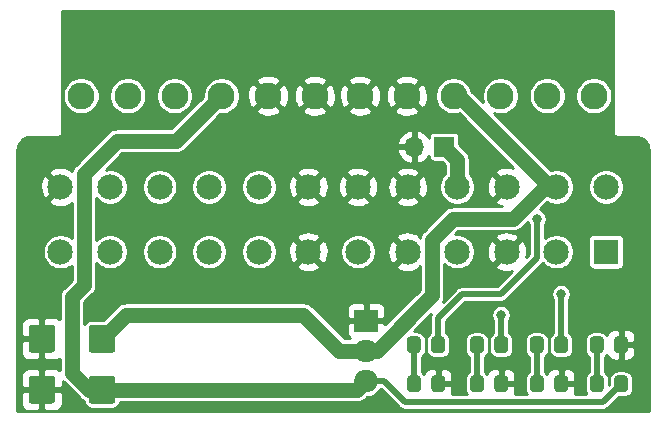
<source format=gbr>
%TF.GenerationSoftware,KiCad,Pcbnew,(5.1.6)-1*%
%TF.CreationDate,2022-02-21T08:46:33-05:00*%
%TF.ProjectId,PICO-AT,5049434f-2d41-4542-9e6b-696361645f70,rev?*%
%TF.SameCoordinates,Original*%
%TF.FileFunction,Copper,L4,Bot*%
%TF.FilePolarity,Positive*%
%FSLAX46Y46*%
G04 Gerber Fmt 4.6, Leading zero omitted, Abs format (unit mm)*
G04 Created by KiCad (PCBNEW (5.1.6)-1) date 2022-02-21 08:46:33*
%MOMM*%
%LPD*%
G01*
G04 APERTURE LIST*
%TA.AperFunction,ComponentPad*%
%ADD10C,2.280000*%
%TD*%
%TA.AperFunction,ComponentPad*%
%ADD11R,2.150000X2.150000*%
%TD*%
%TA.AperFunction,ComponentPad*%
%ADD12C,2.150000*%
%TD*%
%TA.AperFunction,ComponentPad*%
%ADD13R,2.000000X1.905000*%
%TD*%
%TA.AperFunction,ComponentPad*%
%ADD14O,2.000000X1.905000*%
%TD*%
%TA.AperFunction,ComponentPad*%
%ADD15R,1.700000X1.700000*%
%TD*%
%TA.AperFunction,ComponentPad*%
%ADD16O,1.700000X1.700000*%
%TD*%
%TA.AperFunction,ViaPad*%
%ADD17C,0.800000*%
%TD*%
%TA.AperFunction,Conductor*%
%ADD18C,1.250000*%
%TD*%
%TA.AperFunction,Conductor*%
%ADD19C,0.500000*%
%TD*%
%TA.AperFunction,Conductor*%
%ADD20C,0.254000*%
%TD*%
G04 APERTURE END LIST*
%TO.P,C1,2*%
%TO.N,/-12V*%
%TA.AperFunction,SMDPad,CuDef*%
G36*
G01*
X128161000Y-115987001D02*
X128161000Y-114136999D01*
G75*
G02*
X128410999Y-113887000I249999J0D01*
G01*
X130161001Y-113887000D01*
G75*
G02*
X130411000Y-114136999I0J-249999D01*
G01*
X130411000Y-115987001D01*
G75*
G02*
X130161001Y-116237000I-249999J0D01*
G01*
X128410999Y-116237000D01*
G75*
G02*
X128161000Y-115987001I0J249999D01*
G01*
G37*
%TD.AperFunction*%
%TO.P,C1,1*%
%TO.N,/GND*%
%TA.AperFunction,SMDPad,CuDef*%
G36*
G01*
X123061000Y-115987001D02*
X123061000Y-114136999D01*
G75*
G02*
X123310999Y-113887000I249999J0D01*
G01*
X125061001Y-113887000D01*
G75*
G02*
X125311000Y-114136999I0J-249999D01*
G01*
X125311000Y-115987001D01*
G75*
G02*
X125061001Y-116237000I-249999J0D01*
G01*
X123310999Y-116237000D01*
G75*
G02*
X123061000Y-115987001I0J249999D01*
G01*
G37*
%TD.AperFunction*%
%TD*%
%TO.P,C2,1*%
%TO.N,/GND*%
%TA.AperFunction,SMDPad,CuDef*%
G36*
G01*
X123061000Y-120305001D02*
X123061000Y-118454999D01*
G75*
G02*
X123310999Y-118205000I249999J0D01*
G01*
X125061001Y-118205000D01*
G75*
G02*
X125311000Y-118454999I0J-249999D01*
G01*
X125311000Y-120305001D01*
G75*
G02*
X125061001Y-120555000I-249999J0D01*
G01*
X123310999Y-120555000D01*
G75*
G02*
X123061000Y-120305001I0J249999D01*
G01*
G37*
%TD.AperFunction*%
%TO.P,C2,2*%
%TO.N,/-5V*%
%TA.AperFunction,SMDPad,CuDef*%
G36*
G01*
X128161000Y-120305001D02*
X128161000Y-118454999D01*
G75*
G02*
X128410999Y-118205000I249999J0D01*
G01*
X130161001Y-118205000D01*
G75*
G02*
X130411000Y-118454999I0J-249999D01*
G01*
X130411000Y-120305001D01*
G75*
G02*
X130161001Y-120555000I-249999J0D01*
G01*
X128410999Y-120555000D01*
G75*
G02*
X128161000Y-120305001I0J249999D01*
G01*
G37*
%TD.AperFunction*%
%TD*%
%TO.P,-5V,1*%
%TO.N,/-5V*%
%TA.AperFunction,SMDPad,CuDef*%
G36*
G01*
X173803000Y-118421999D02*
X173803000Y-119322001D01*
G75*
G02*
X173553001Y-119572000I-249999J0D01*
G01*
X172902999Y-119572000D01*
G75*
G02*
X172653000Y-119322001I0J249999D01*
G01*
X172653000Y-118421999D01*
G75*
G02*
X172902999Y-118172000I249999J0D01*
G01*
X173553001Y-118172000D01*
G75*
G02*
X173803000Y-118421999I0J-249999D01*
G01*
G37*
%TD.AperFunction*%
%TO.P,-5V,2*%
%TO.N,Net-(D1-Pad2)*%
%TA.AperFunction,SMDPad,CuDef*%
G36*
G01*
X171753000Y-118421999D02*
X171753000Y-119322001D01*
G75*
G02*
X171503001Y-119572000I-249999J0D01*
G01*
X170852999Y-119572000D01*
G75*
G02*
X170603000Y-119322001I0J249999D01*
G01*
X170603000Y-118421999D01*
G75*
G02*
X170852999Y-118172000I249999J0D01*
G01*
X171503001Y-118172000D01*
G75*
G02*
X171753000Y-118421999I0J-249999D01*
G01*
G37*
%TD.AperFunction*%
%TD*%
%TO.P,5V,2*%
%TO.N,Net-(D2-Pad2)*%
%TA.AperFunction,SMDPad,CuDef*%
G36*
G01*
X166682000Y-118421999D02*
X166682000Y-119322001D01*
G75*
G02*
X166432001Y-119572000I-249999J0D01*
G01*
X165781999Y-119572000D01*
G75*
G02*
X165532000Y-119322001I0J249999D01*
G01*
X165532000Y-118421999D01*
G75*
G02*
X165781999Y-118172000I249999J0D01*
G01*
X166432001Y-118172000D01*
G75*
G02*
X166682000Y-118421999I0J-249999D01*
G01*
G37*
%TD.AperFunction*%
%TO.P,5V,1*%
%TO.N,/GND*%
%TA.AperFunction,SMDPad,CuDef*%
G36*
G01*
X168732000Y-118421999D02*
X168732000Y-119322001D01*
G75*
G02*
X168482001Y-119572000I-249999J0D01*
G01*
X167831999Y-119572000D01*
G75*
G02*
X167582000Y-119322001I0J249999D01*
G01*
X167582000Y-118421999D01*
G75*
G02*
X167831999Y-118172000I249999J0D01*
G01*
X168482001Y-118172000D01*
G75*
G02*
X168732000Y-118421999I0J-249999D01*
G01*
G37*
%TD.AperFunction*%
%TD*%
%TO.P,12V,1*%
%TO.N,/GND*%
%TA.AperFunction,SMDPad,CuDef*%
G36*
G01*
X163652000Y-118421999D02*
X163652000Y-119322001D01*
G75*
G02*
X163402001Y-119572000I-249999J0D01*
G01*
X162751999Y-119572000D01*
G75*
G02*
X162502000Y-119322001I0J249999D01*
G01*
X162502000Y-118421999D01*
G75*
G02*
X162751999Y-118172000I249999J0D01*
G01*
X163402001Y-118172000D01*
G75*
G02*
X163652000Y-118421999I0J-249999D01*
G01*
G37*
%TD.AperFunction*%
%TO.P,12V,2*%
%TO.N,Net-(D3-Pad2)*%
%TA.AperFunction,SMDPad,CuDef*%
G36*
G01*
X161602000Y-118421999D02*
X161602000Y-119322001D01*
G75*
G02*
X161352001Y-119572000I-249999J0D01*
G01*
X160701999Y-119572000D01*
G75*
G02*
X160452000Y-119322001I0J249999D01*
G01*
X160452000Y-118421999D01*
G75*
G02*
X160701999Y-118172000I249999J0D01*
G01*
X161352001Y-118172000D01*
G75*
G02*
X161602000Y-118421999I0J-249999D01*
G01*
G37*
%TD.AperFunction*%
%TD*%
%TO.P,PWR_OK,2*%
%TO.N,Net-(D4-Pad2)*%
%TA.AperFunction,SMDPad,CuDef*%
G36*
G01*
X156268000Y-118421999D02*
X156268000Y-119322001D01*
G75*
G02*
X156018001Y-119572000I-249999J0D01*
G01*
X155367999Y-119572000D01*
G75*
G02*
X155118000Y-119322001I0J249999D01*
G01*
X155118000Y-118421999D01*
G75*
G02*
X155367999Y-118172000I249999J0D01*
G01*
X156018001Y-118172000D01*
G75*
G02*
X156268000Y-118421999I0J-249999D01*
G01*
G37*
%TD.AperFunction*%
%TO.P,PWR_OK,1*%
%TO.N,/GND*%
%TA.AperFunction,SMDPad,CuDef*%
G36*
G01*
X158318000Y-118421999D02*
X158318000Y-119322001D01*
G75*
G02*
X158068001Y-119572000I-249999J0D01*
G01*
X157417999Y-119572000D01*
G75*
G02*
X157168000Y-119322001I0J249999D01*
G01*
X157168000Y-118421999D01*
G75*
G02*
X157417999Y-118172000I249999J0D01*
G01*
X158068001Y-118172000D01*
G75*
G02*
X158318000Y-118421999I0J-249999D01*
G01*
G37*
%TD.AperFunction*%
%TD*%
D10*
%TO.P,J1,1*%
%TO.N,/GND*%
X151130000Y-94488000D03*
%TO.P,J1,2*%
X155090000Y-94488000D03*
%TO.P,J1,3*%
%TO.N,/-12V*%
X159050000Y-94488000D03*
%TO.P,J1,4*%
%TO.N,/12V*%
X163010000Y-94488000D03*
%TO.P,J1,5*%
%TO.N,/5V*%
X166970000Y-94488000D03*
%TO.P,J1,6*%
%TO.N,/PG*%
X170930000Y-94488000D03*
%TD*%
%TO.P,J2,6*%
%TO.N,/GND*%
X147308000Y-94488000D03*
%TO.P,J2,5*%
X143348000Y-94488000D03*
%TO.P,J2,4*%
%TO.N,/-5V*%
X139388000Y-94488000D03*
%TO.P,J2,3*%
%TO.N,/5V*%
X135428000Y-94488000D03*
%TO.P,J2,2*%
X131468000Y-94488000D03*
%TO.P,J2,1*%
X127508000Y-94488000D03*
%TD*%
D11*
%TO.P,J3,1*%
%TO.N,/3.3V*%
X171958000Y-107696000D03*
D12*
%TO.P,J3,2*%
X167758000Y-107696000D03*
%TO.P,J3,3*%
%TO.N,/GND*%
X163558000Y-107696000D03*
%TO.P,J3,4*%
%TO.N,/5V*%
X159358000Y-107696000D03*
%TO.P,J3,5*%
%TO.N,/GND*%
X155158000Y-107696000D03*
%TO.P,J3,6*%
%TO.N,/5V*%
X150958000Y-107696000D03*
%TO.P,J3,7*%
%TO.N,/GND*%
X146758000Y-107696000D03*
%TO.P,J3,8*%
%TO.N,/PG*%
X142558000Y-107696000D03*
%TO.P,J3,9*%
%TO.N,/5VSB*%
X138358000Y-107696000D03*
%TO.P,J3,10*%
%TO.N,/12V*%
X134158000Y-107696000D03*
%TO.P,J3,11*%
X129958000Y-107696000D03*
%TO.P,J3,12*%
%TO.N,/3.3V*%
X125758000Y-107696000D03*
%TO.P,J3,13*%
X171958000Y-102196000D03*
%TO.P,J3,14*%
%TO.N,/-12V*%
X167758000Y-102196000D03*
%TO.P,J3,15*%
%TO.N,/GND*%
X163558000Y-102196000D03*
%TO.P,J3,16*%
%TO.N,/PS-ON*%
X159358000Y-102196000D03*
%TO.P,J3,17*%
%TO.N,/GND*%
X155158000Y-102196000D03*
%TO.P,J3,18*%
X150958000Y-102196000D03*
%TO.P,J3,19*%
X146758000Y-102196000D03*
%TO.P,J3,20*%
%TO.N,Net-(J3-Pad20)*%
X142558000Y-102196000D03*
%TO.P,J3,21*%
%TO.N,/5V*%
X138358000Y-102196000D03*
%TO.P,J3,22*%
X134158000Y-102196000D03*
%TO.P,J3,23*%
X129958000Y-102196000D03*
%TO.P,J3,24*%
%TO.N,/GND*%
X125758000Y-102196000D03*
%TD*%
%TO.P,R1,1*%
%TO.N,/GND*%
%TA.AperFunction,SMDPad,CuDef*%
G36*
G01*
X173803000Y-115119999D02*
X173803000Y-116020001D01*
G75*
G02*
X173553001Y-116270000I-249999J0D01*
G01*
X172902999Y-116270000D01*
G75*
G02*
X172653000Y-116020001I0J249999D01*
G01*
X172653000Y-115119999D01*
G75*
G02*
X172902999Y-114870000I249999J0D01*
G01*
X173553001Y-114870000D01*
G75*
G02*
X173803000Y-115119999I0J-249999D01*
G01*
G37*
%TD.AperFunction*%
%TO.P,R1,2*%
%TO.N,Net-(D1-Pad2)*%
%TA.AperFunction,SMDPad,CuDef*%
G36*
G01*
X171753000Y-115119999D02*
X171753000Y-116020001D01*
G75*
G02*
X171503001Y-116270000I-249999J0D01*
G01*
X170852999Y-116270000D01*
G75*
G02*
X170603000Y-116020001I0J249999D01*
G01*
X170603000Y-115119999D01*
G75*
G02*
X170852999Y-114870000I249999J0D01*
G01*
X171503001Y-114870000D01*
G75*
G02*
X171753000Y-115119999I0J-249999D01*
G01*
G37*
%TD.AperFunction*%
%TD*%
%TO.P,R2,2*%
%TO.N,Net-(D2-Pad2)*%
%TA.AperFunction,SMDPad,CuDef*%
G36*
G01*
X166673000Y-115119999D02*
X166673000Y-116020001D01*
G75*
G02*
X166423001Y-116270000I-249999J0D01*
G01*
X165772999Y-116270000D01*
G75*
G02*
X165523000Y-116020001I0J249999D01*
G01*
X165523000Y-115119999D01*
G75*
G02*
X165772999Y-114870000I249999J0D01*
G01*
X166423001Y-114870000D01*
G75*
G02*
X166673000Y-115119999I0J-249999D01*
G01*
G37*
%TD.AperFunction*%
%TO.P,R2,1*%
%TO.N,/5V*%
%TA.AperFunction,SMDPad,CuDef*%
G36*
G01*
X168723000Y-115119999D02*
X168723000Y-116020001D01*
G75*
G02*
X168473001Y-116270000I-249999J0D01*
G01*
X167822999Y-116270000D01*
G75*
G02*
X167573000Y-116020001I0J249999D01*
G01*
X167573000Y-115119999D01*
G75*
G02*
X167822999Y-114870000I249999J0D01*
G01*
X168473001Y-114870000D01*
G75*
G02*
X168723000Y-115119999I0J-249999D01*
G01*
G37*
%TD.AperFunction*%
%TD*%
%TO.P,R3,1*%
%TO.N,/12V*%
%TA.AperFunction,SMDPad,CuDef*%
G36*
G01*
X163652000Y-115119999D02*
X163652000Y-116020001D01*
G75*
G02*
X163402001Y-116270000I-249999J0D01*
G01*
X162751999Y-116270000D01*
G75*
G02*
X162502000Y-116020001I0J249999D01*
G01*
X162502000Y-115119999D01*
G75*
G02*
X162751999Y-114870000I249999J0D01*
G01*
X163402001Y-114870000D01*
G75*
G02*
X163652000Y-115119999I0J-249999D01*
G01*
G37*
%TD.AperFunction*%
%TO.P,R3,2*%
%TO.N,Net-(D3-Pad2)*%
%TA.AperFunction,SMDPad,CuDef*%
G36*
G01*
X161602000Y-115119999D02*
X161602000Y-116020001D01*
G75*
G02*
X161352001Y-116270000I-249999J0D01*
G01*
X160701999Y-116270000D01*
G75*
G02*
X160452000Y-116020001I0J249999D01*
G01*
X160452000Y-115119999D01*
G75*
G02*
X160701999Y-114870000I249999J0D01*
G01*
X161352001Y-114870000D01*
G75*
G02*
X161602000Y-115119999I0J-249999D01*
G01*
G37*
%TD.AperFunction*%
%TD*%
%TO.P,R4,2*%
%TO.N,Net-(D4-Pad2)*%
%TA.AperFunction,SMDPad,CuDef*%
G36*
G01*
X156259000Y-115119999D02*
X156259000Y-116020001D01*
G75*
G02*
X156009001Y-116270000I-249999J0D01*
G01*
X155358999Y-116270000D01*
G75*
G02*
X155109000Y-116020001I0J249999D01*
G01*
X155109000Y-115119999D01*
G75*
G02*
X155358999Y-114870000I249999J0D01*
G01*
X156009001Y-114870000D01*
G75*
G02*
X156259000Y-115119999I0J-249999D01*
G01*
G37*
%TD.AperFunction*%
%TO.P,R4,1*%
%TO.N,/PG*%
%TA.AperFunction,SMDPad,CuDef*%
G36*
G01*
X158309000Y-115119999D02*
X158309000Y-116020001D01*
G75*
G02*
X158059001Y-116270000I-249999J0D01*
G01*
X157408999Y-116270000D01*
G75*
G02*
X157159000Y-116020001I0J249999D01*
G01*
X157159000Y-115119999D01*
G75*
G02*
X157408999Y-114870000I249999J0D01*
G01*
X158059001Y-114870000D01*
G75*
G02*
X158309000Y-115119999I0J-249999D01*
G01*
G37*
%TD.AperFunction*%
%TD*%
D13*
%TO.P,U1,1*%
%TO.N,/GND*%
X151638000Y-113538000D03*
D14*
%TO.P,U1,2*%
%TO.N,/-12V*%
X151638000Y-116078000D03*
%TO.P,U1,3*%
%TO.N,/-5V*%
X151638000Y-118618000D03*
%TD*%
D15*
%TO.P,PWR,1*%
%TO.N,/PS-ON*%
X158242000Y-98806000D03*
D16*
%TO.P,PWR,2*%
%TO.N,/GND*%
X155702000Y-98806000D03*
%TD*%
D17*
%TO.N,/12V*%
X163068000Y-113030000D03*
%TO.N,/5V*%
X168148000Y-111252000D03*
%TO.N,/PG*%
X166116000Y-104902000D03*
%TD*%
D18*
%TO.N,/-12V*%
X152535502Y-116078000D02*
X151638000Y-116078000D01*
X167758000Y-102196000D02*
X166790000Y-102196000D01*
X164084000Y-104902000D02*
X159004000Y-104902000D01*
X166790000Y-102196000D02*
X164084000Y-104902000D01*
X159004000Y-104902000D02*
X157226000Y-106680000D01*
X157226000Y-111387502D02*
X152535502Y-116078000D01*
X157226000Y-106680000D02*
X157226000Y-111387502D01*
X167220000Y-102196000D02*
X167758000Y-102196000D01*
X159050000Y-94488000D02*
X159512000Y-94488000D01*
X159512000Y-94488000D02*
X167220000Y-102196000D01*
X149388000Y-116078000D02*
X151638000Y-116078000D01*
X146340000Y-113030000D02*
X149388000Y-116078000D01*
X129286000Y-115062000D02*
X131318000Y-113030000D01*
X131318000Y-113030000D02*
X146340000Y-113030000D01*
D19*
%TO.N,/-5V*%
X171704000Y-120396000D02*
X173228000Y-118872000D01*
X151638000Y-118618000D02*
X153138000Y-118618000D01*
X154916000Y-120396000D02*
X171704000Y-120396000D01*
X153138000Y-118618000D02*
X154916000Y-120396000D01*
D18*
X150876000Y-119380000D02*
X151638000Y-118618000D01*
X129286000Y-119380000D02*
X150876000Y-119380000D01*
X135578000Y-98298000D02*
X139388000Y-94488000D01*
X127762000Y-101092000D02*
X130556000Y-98298000D01*
X128161000Y-119380000D02*
X126746000Y-117965000D01*
X129286000Y-119380000D02*
X128161000Y-119380000D01*
X126746000Y-117965000D02*
X126746000Y-111506000D01*
X130556000Y-98298000D02*
X135578000Y-98298000D01*
X126746000Y-111506000D02*
X127762000Y-110490000D01*
X127762000Y-110490000D02*
X127762000Y-101092000D01*
D19*
%TO.N,Net-(D1-Pad2)*%
X171178000Y-115570000D02*
X171178000Y-118872000D01*
%TO.N,Net-(D2-Pad2)*%
X166098000Y-118863000D02*
X166107000Y-118872000D01*
X166098000Y-115570000D02*
X166098000Y-118863000D01*
%TO.N,Net-(D3-Pad2)*%
X161027000Y-115570000D02*
X161027000Y-118872000D01*
%TO.N,Net-(D4-Pad2)*%
X155684000Y-118863000D02*
X155693000Y-118872000D01*
X155684000Y-115570000D02*
X155684000Y-118863000D01*
%TO.N,/12V*%
X163068000Y-115561000D02*
X163077000Y-115570000D01*
X163068000Y-113030000D02*
X163068000Y-115561000D01*
%TO.N,/5V*%
X168148000Y-111252000D02*
X168148000Y-115570000D01*
%TO.N,/PG*%
X163048999Y-111271001D02*
X166116000Y-108204000D01*
X159746999Y-111271001D02*
X163048999Y-111271001D01*
X157734000Y-115570000D02*
X157734000Y-113284000D01*
X166116000Y-108204000D02*
X166116000Y-104902000D01*
X157734000Y-113284000D02*
X159746999Y-111271001D01*
D18*
%TO.N,/PS-ON*%
X159358000Y-99922000D02*
X158242000Y-98806000D01*
X159358000Y-102196000D02*
X159358000Y-99922000D01*
%TD*%
D20*
%TO.N,/GND*%
G36*
X172522000Y-97513795D02*
G01*
X172519813Y-97536000D01*
X172528540Y-97624607D01*
X172554386Y-97709810D01*
X172596357Y-97788333D01*
X172642825Y-97844954D01*
X172652841Y-97857159D01*
X172721667Y-97913643D01*
X172800190Y-97955614D01*
X172885393Y-97981460D01*
X172974000Y-97990187D01*
X172996205Y-97988000D01*
X174475892Y-97988000D01*
X174705800Y-98010542D01*
X174905678Y-98070889D01*
X175090039Y-98168916D01*
X175251839Y-98300876D01*
X175384932Y-98461759D01*
X175484240Y-98645425D01*
X175545981Y-98844878D01*
X175570001Y-99073411D01*
X175570000Y-121214000D01*
X122118000Y-121214000D01*
X122118000Y-120555000D01*
X122422928Y-120555000D01*
X122435188Y-120679482D01*
X122471498Y-120799180D01*
X122530463Y-120909494D01*
X122609815Y-121006185D01*
X122706506Y-121085537D01*
X122816820Y-121144502D01*
X122936518Y-121180812D01*
X123061000Y-121193072D01*
X123900250Y-121190000D01*
X124059000Y-121031250D01*
X124059000Y-119507000D01*
X124313000Y-119507000D01*
X124313000Y-121031250D01*
X124471750Y-121190000D01*
X125311000Y-121193072D01*
X125435482Y-121180812D01*
X125555180Y-121144502D01*
X125665494Y-121085537D01*
X125762185Y-121006185D01*
X125841537Y-120909494D01*
X125900502Y-120799180D01*
X125936812Y-120679482D01*
X125949072Y-120555000D01*
X125946000Y-119665750D01*
X125787250Y-119507000D01*
X124313000Y-119507000D01*
X124059000Y-119507000D01*
X122584750Y-119507000D01*
X122426000Y-119665750D01*
X122422928Y-120555000D01*
X122118000Y-120555000D01*
X122118000Y-118205000D01*
X122422928Y-118205000D01*
X122426000Y-119094250D01*
X122584750Y-119253000D01*
X124059000Y-119253000D01*
X124059000Y-117728750D01*
X123900250Y-117570000D01*
X123061000Y-117566928D01*
X122936518Y-117579188D01*
X122816820Y-117615498D01*
X122706506Y-117674463D01*
X122609815Y-117753815D01*
X122530463Y-117850506D01*
X122471498Y-117960820D01*
X122435188Y-118080518D01*
X122422928Y-118205000D01*
X122118000Y-118205000D01*
X122118000Y-116237000D01*
X122422928Y-116237000D01*
X122435188Y-116361482D01*
X122471498Y-116481180D01*
X122530463Y-116591494D01*
X122609815Y-116688185D01*
X122706506Y-116767537D01*
X122816820Y-116826502D01*
X122936518Y-116862812D01*
X123061000Y-116875072D01*
X123900250Y-116872000D01*
X124059000Y-116713250D01*
X124059000Y-115189000D01*
X122584750Y-115189000D01*
X122426000Y-115347750D01*
X122422928Y-116237000D01*
X122118000Y-116237000D01*
X122118000Y-113887000D01*
X122422928Y-113887000D01*
X122426000Y-114776250D01*
X122584750Y-114935000D01*
X124059000Y-114935000D01*
X124059000Y-113410750D01*
X123900250Y-113252000D01*
X123061000Y-113248928D01*
X122936518Y-113261188D01*
X122816820Y-113297498D01*
X122706506Y-113356463D01*
X122609815Y-113435815D01*
X122530463Y-113532506D01*
X122471498Y-113642820D01*
X122435188Y-113762518D01*
X122422928Y-113887000D01*
X122118000Y-113887000D01*
X122118000Y-107548066D01*
X124256000Y-107548066D01*
X124256000Y-107843934D01*
X124313721Y-108134117D01*
X124426944Y-108407464D01*
X124591320Y-108653469D01*
X124800531Y-108862680D01*
X125046536Y-109027056D01*
X125319883Y-109140279D01*
X125610066Y-109198000D01*
X125905934Y-109198000D01*
X126196117Y-109140279D01*
X126469464Y-109027056D01*
X126710000Y-108866334D01*
X126710000Y-110054248D01*
X126038675Y-110725574D01*
X125998525Y-110758524D01*
X125867063Y-110918712D01*
X125817910Y-111010671D01*
X125769376Y-111101470D01*
X125709222Y-111299773D01*
X125688910Y-111506000D01*
X125694001Y-111557689D01*
X125694001Y-113379858D01*
X125665494Y-113356463D01*
X125555180Y-113297498D01*
X125435482Y-113261188D01*
X125311000Y-113248928D01*
X124471750Y-113252000D01*
X124313000Y-113410750D01*
X124313000Y-114935000D01*
X124333000Y-114935000D01*
X124333000Y-115189000D01*
X124313000Y-115189000D01*
X124313000Y-116713250D01*
X124471750Y-116872000D01*
X125311000Y-116875072D01*
X125435482Y-116862812D01*
X125555180Y-116826502D01*
X125665494Y-116767537D01*
X125694000Y-116744143D01*
X125694000Y-117697857D01*
X125665494Y-117674463D01*
X125555180Y-117615498D01*
X125435482Y-117579188D01*
X125311000Y-117566928D01*
X124471750Y-117570000D01*
X124313000Y-117728750D01*
X124313000Y-119253000D01*
X125787250Y-119253000D01*
X125946000Y-119094250D01*
X125947534Y-118650343D01*
X125998524Y-118712476D01*
X126038679Y-118745431D01*
X127380574Y-120087326D01*
X127413524Y-120127476D01*
X127573712Y-120258938D01*
X127735938Y-120345650D01*
X127744982Y-120437480D01*
X127783625Y-120564868D01*
X127846377Y-120682269D01*
X127930828Y-120785172D01*
X128033731Y-120869623D01*
X128151132Y-120932375D01*
X128278520Y-120971018D01*
X128410999Y-120984066D01*
X130161001Y-120984066D01*
X130293480Y-120971018D01*
X130420868Y-120932375D01*
X130538269Y-120869623D01*
X130641172Y-120785172D01*
X130725623Y-120682269D01*
X130788375Y-120564868D01*
X130827018Y-120437480D01*
X130827558Y-120432000D01*
X150824321Y-120432000D01*
X150876000Y-120437090D01*
X150927679Y-120432000D01*
X151082228Y-120416778D01*
X151280531Y-120356624D01*
X151463288Y-120258938D01*
X151623476Y-120127476D01*
X151656430Y-120087321D01*
X151746251Y-119997500D01*
X151753262Y-119997500D01*
X151955929Y-119977539D01*
X152215966Y-119898658D01*
X152455617Y-119770562D01*
X152665673Y-119598173D01*
X152838062Y-119388117D01*
X152877295Y-119314717D01*
X154413778Y-120851201D01*
X154434973Y-120877027D01*
X154460799Y-120898222D01*
X154460801Y-120898224D01*
X154538059Y-120961628D01*
X154655670Y-121024492D01*
X154783285Y-121063204D01*
X154916000Y-121076275D01*
X154949252Y-121073000D01*
X171670755Y-121073000D01*
X171704000Y-121076274D01*
X171737245Y-121073000D01*
X171737252Y-121073000D01*
X171836715Y-121063204D01*
X171964330Y-121024492D01*
X172081941Y-120961628D01*
X172185027Y-120877027D01*
X172206226Y-120851196D01*
X173056356Y-120001066D01*
X173553001Y-120001066D01*
X173685480Y-119988018D01*
X173812868Y-119949375D01*
X173930269Y-119886623D01*
X174033172Y-119802172D01*
X174117623Y-119699269D01*
X174180375Y-119581868D01*
X174219018Y-119454480D01*
X174232066Y-119322001D01*
X174232066Y-118421999D01*
X174219018Y-118289520D01*
X174180375Y-118162132D01*
X174117623Y-118044731D01*
X174033172Y-117941828D01*
X173930269Y-117857377D01*
X173812868Y-117794625D01*
X173685480Y-117755982D01*
X173553001Y-117742934D01*
X172902999Y-117742934D01*
X172770520Y-117755982D01*
X172643132Y-117794625D01*
X172525731Y-117857377D01*
X172422828Y-117941828D01*
X172338377Y-118044731D01*
X172275625Y-118162132D01*
X172236982Y-118289520D01*
X172223934Y-118421999D01*
X172223934Y-118918644D01*
X172182066Y-118960512D01*
X172182066Y-118421999D01*
X172169018Y-118289520D01*
X172130375Y-118162132D01*
X172067623Y-118044731D01*
X171983172Y-117941828D01*
X171880269Y-117857377D01*
X171855000Y-117843870D01*
X171855000Y-116598130D01*
X171880269Y-116584623D01*
X171983172Y-116500172D01*
X172038718Y-116432490D01*
X172063498Y-116514180D01*
X172122463Y-116624494D01*
X172201815Y-116721185D01*
X172298506Y-116800537D01*
X172408820Y-116859502D01*
X172528518Y-116895812D01*
X172653000Y-116908072D01*
X172942250Y-116905000D01*
X173101000Y-116746250D01*
X173101000Y-115697000D01*
X173355000Y-115697000D01*
X173355000Y-116746250D01*
X173513750Y-116905000D01*
X173803000Y-116908072D01*
X173927482Y-116895812D01*
X174047180Y-116859502D01*
X174157494Y-116800537D01*
X174254185Y-116721185D01*
X174333537Y-116624494D01*
X174392502Y-116514180D01*
X174428812Y-116394482D01*
X174441072Y-116270000D01*
X174438000Y-115855750D01*
X174279250Y-115697000D01*
X173355000Y-115697000D01*
X173101000Y-115697000D01*
X173081000Y-115697000D01*
X173081000Y-115443000D01*
X173101000Y-115443000D01*
X173101000Y-114393750D01*
X173355000Y-114393750D01*
X173355000Y-115443000D01*
X174279250Y-115443000D01*
X174438000Y-115284250D01*
X174441072Y-114870000D01*
X174428812Y-114745518D01*
X174392502Y-114625820D01*
X174333537Y-114515506D01*
X174254185Y-114418815D01*
X174157494Y-114339463D01*
X174047180Y-114280498D01*
X173927482Y-114244188D01*
X173803000Y-114231928D01*
X173513750Y-114235000D01*
X173355000Y-114393750D01*
X173101000Y-114393750D01*
X172942250Y-114235000D01*
X172653000Y-114231928D01*
X172528518Y-114244188D01*
X172408820Y-114280498D01*
X172298506Y-114339463D01*
X172201815Y-114418815D01*
X172122463Y-114515506D01*
X172063498Y-114625820D01*
X172038718Y-114707510D01*
X171983172Y-114639828D01*
X171880269Y-114555377D01*
X171762868Y-114492625D01*
X171635480Y-114453982D01*
X171503001Y-114440934D01*
X170852999Y-114440934D01*
X170720520Y-114453982D01*
X170593132Y-114492625D01*
X170475731Y-114555377D01*
X170372828Y-114639828D01*
X170288377Y-114742731D01*
X170225625Y-114860132D01*
X170186982Y-114987520D01*
X170173934Y-115119999D01*
X170173934Y-116020001D01*
X170186982Y-116152480D01*
X170225625Y-116279868D01*
X170288377Y-116397269D01*
X170372828Y-116500172D01*
X170475731Y-116584623D01*
X170501000Y-116598130D01*
X170501001Y-117843870D01*
X170475731Y-117857377D01*
X170372828Y-117941828D01*
X170288377Y-118044731D01*
X170225625Y-118162132D01*
X170186982Y-118289520D01*
X170173934Y-118421999D01*
X170173934Y-119322001D01*
X170186982Y-119454480D01*
X170225625Y-119581868D01*
X170288377Y-119699269D01*
X170304570Y-119719000D01*
X169350981Y-119719000D01*
X169357812Y-119696482D01*
X169370072Y-119572000D01*
X169367000Y-119157750D01*
X169208250Y-118999000D01*
X168284000Y-118999000D01*
X168284000Y-119019000D01*
X168030000Y-119019000D01*
X168030000Y-118999000D01*
X168010000Y-118999000D01*
X168010000Y-118745000D01*
X168030000Y-118745000D01*
X168030000Y-117695750D01*
X168284000Y-117695750D01*
X168284000Y-118745000D01*
X169208250Y-118745000D01*
X169367000Y-118586250D01*
X169370072Y-118172000D01*
X169357812Y-118047518D01*
X169321502Y-117927820D01*
X169262537Y-117817506D01*
X169183185Y-117720815D01*
X169086494Y-117641463D01*
X168976180Y-117582498D01*
X168856482Y-117546188D01*
X168732000Y-117533928D01*
X168442750Y-117537000D01*
X168284000Y-117695750D01*
X168030000Y-117695750D01*
X167871250Y-117537000D01*
X167582000Y-117533928D01*
X167457518Y-117546188D01*
X167337820Y-117582498D01*
X167227506Y-117641463D01*
X167130815Y-117720815D01*
X167051463Y-117817506D01*
X166992498Y-117927820D01*
X166967718Y-118009510D01*
X166912172Y-117941828D01*
X166809269Y-117857377D01*
X166775000Y-117839060D01*
X166775000Y-116598130D01*
X166800269Y-116584623D01*
X166903172Y-116500172D01*
X166987623Y-116397269D01*
X167050375Y-116279868D01*
X167089018Y-116152480D01*
X167102066Y-116020001D01*
X167102066Y-115119999D01*
X167143934Y-115119999D01*
X167143934Y-116020001D01*
X167156982Y-116152480D01*
X167195625Y-116279868D01*
X167258377Y-116397269D01*
X167342828Y-116500172D01*
X167445731Y-116584623D01*
X167563132Y-116647375D01*
X167690520Y-116686018D01*
X167822999Y-116699066D01*
X168473001Y-116699066D01*
X168605480Y-116686018D01*
X168732868Y-116647375D01*
X168850269Y-116584623D01*
X168953172Y-116500172D01*
X169037623Y-116397269D01*
X169100375Y-116279868D01*
X169139018Y-116152480D01*
X169152066Y-116020001D01*
X169152066Y-115119999D01*
X169139018Y-114987520D01*
X169100375Y-114860132D01*
X169037623Y-114742731D01*
X168953172Y-114639828D01*
X168850269Y-114555377D01*
X168825000Y-114541870D01*
X168825000Y-111727357D01*
X168880877Y-111643731D01*
X168943218Y-111493227D01*
X168975000Y-111333452D01*
X168975000Y-111170548D01*
X168943218Y-111010773D01*
X168880877Y-110860269D01*
X168790372Y-110724819D01*
X168675181Y-110609628D01*
X168539731Y-110519123D01*
X168389227Y-110456782D01*
X168229452Y-110425000D01*
X168066548Y-110425000D01*
X167906773Y-110456782D01*
X167756269Y-110519123D01*
X167620819Y-110609628D01*
X167505628Y-110724819D01*
X167415123Y-110860269D01*
X167352782Y-111010773D01*
X167321000Y-111170548D01*
X167321000Y-111333452D01*
X167352782Y-111493227D01*
X167415123Y-111643731D01*
X167471000Y-111727357D01*
X167471001Y-114541870D01*
X167445731Y-114555377D01*
X167342828Y-114639828D01*
X167258377Y-114742731D01*
X167195625Y-114860132D01*
X167156982Y-114987520D01*
X167143934Y-115119999D01*
X167102066Y-115119999D01*
X167089018Y-114987520D01*
X167050375Y-114860132D01*
X166987623Y-114742731D01*
X166903172Y-114639828D01*
X166800269Y-114555377D01*
X166682868Y-114492625D01*
X166555480Y-114453982D01*
X166423001Y-114440934D01*
X165772999Y-114440934D01*
X165640520Y-114453982D01*
X165513132Y-114492625D01*
X165395731Y-114555377D01*
X165292828Y-114639828D01*
X165208377Y-114742731D01*
X165145625Y-114860132D01*
X165106982Y-114987520D01*
X165093934Y-115119999D01*
X165093934Y-116020001D01*
X165106982Y-116152480D01*
X165145625Y-116279868D01*
X165208377Y-116397269D01*
X165292828Y-116500172D01*
X165395731Y-116584623D01*
X165421000Y-116598130D01*
X165421001Y-117848681D01*
X165404731Y-117857377D01*
X165301828Y-117941828D01*
X165217377Y-118044731D01*
X165154625Y-118162132D01*
X165115982Y-118289520D01*
X165102934Y-118421999D01*
X165102934Y-119322001D01*
X165115982Y-119454480D01*
X165154625Y-119581868D01*
X165217377Y-119699269D01*
X165233570Y-119719000D01*
X164270981Y-119719000D01*
X164277812Y-119696482D01*
X164290072Y-119572000D01*
X164287000Y-119157750D01*
X164128250Y-118999000D01*
X163204000Y-118999000D01*
X163204000Y-119019000D01*
X162950000Y-119019000D01*
X162950000Y-118999000D01*
X162930000Y-118999000D01*
X162930000Y-118745000D01*
X162950000Y-118745000D01*
X162950000Y-117695750D01*
X163204000Y-117695750D01*
X163204000Y-118745000D01*
X164128250Y-118745000D01*
X164287000Y-118586250D01*
X164290072Y-118172000D01*
X164277812Y-118047518D01*
X164241502Y-117927820D01*
X164182537Y-117817506D01*
X164103185Y-117720815D01*
X164006494Y-117641463D01*
X163896180Y-117582498D01*
X163776482Y-117546188D01*
X163652000Y-117533928D01*
X163362750Y-117537000D01*
X163204000Y-117695750D01*
X162950000Y-117695750D01*
X162791250Y-117537000D01*
X162502000Y-117533928D01*
X162377518Y-117546188D01*
X162257820Y-117582498D01*
X162147506Y-117641463D01*
X162050815Y-117720815D01*
X161971463Y-117817506D01*
X161912498Y-117927820D01*
X161887718Y-118009510D01*
X161832172Y-117941828D01*
X161729269Y-117857377D01*
X161704000Y-117843870D01*
X161704000Y-116598130D01*
X161729269Y-116584623D01*
X161832172Y-116500172D01*
X161916623Y-116397269D01*
X161979375Y-116279868D01*
X162018018Y-116152480D01*
X162031066Y-116020001D01*
X162031066Y-115119999D01*
X162072934Y-115119999D01*
X162072934Y-116020001D01*
X162085982Y-116152480D01*
X162124625Y-116279868D01*
X162187377Y-116397269D01*
X162271828Y-116500172D01*
X162374731Y-116584623D01*
X162492132Y-116647375D01*
X162619520Y-116686018D01*
X162751999Y-116699066D01*
X163402001Y-116699066D01*
X163534480Y-116686018D01*
X163661868Y-116647375D01*
X163779269Y-116584623D01*
X163882172Y-116500172D01*
X163966623Y-116397269D01*
X164029375Y-116279868D01*
X164068018Y-116152480D01*
X164081066Y-116020001D01*
X164081066Y-115119999D01*
X164068018Y-114987520D01*
X164029375Y-114860132D01*
X163966623Y-114742731D01*
X163882172Y-114639828D01*
X163779269Y-114555377D01*
X163745000Y-114537060D01*
X163745000Y-113505357D01*
X163800877Y-113421731D01*
X163863218Y-113271227D01*
X163895000Y-113111452D01*
X163895000Y-112948548D01*
X163863218Y-112788773D01*
X163800877Y-112638269D01*
X163710372Y-112502819D01*
X163595181Y-112387628D01*
X163459731Y-112297123D01*
X163309227Y-112234782D01*
X163149452Y-112203000D01*
X162986548Y-112203000D01*
X162826773Y-112234782D01*
X162676269Y-112297123D01*
X162540819Y-112387628D01*
X162425628Y-112502819D01*
X162335123Y-112638269D01*
X162272782Y-112788773D01*
X162241000Y-112948548D01*
X162241000Y-113111452D01*
X162272782Y-113271227D01*
X162335123Y-113421731D01*
X162391000Y-113505357D01*
X162391001Y-114546681D01*
X162374731Y-114555377D01*
X162271828Y-114639828D01*
X162187377Y-114742731D01*
X162124625Y-114860132D01*
X162085982Y-114987520D01*
X162072934Y-115119999D01*
X162031066Y-115119999D01*
X162018018Y-114987520D01*
X161979375Y-114860132D01*
X161916623Y-114742731D01*
X161832172Y-114639828D01*
X161729269Y-114555377D01*
X161611868Y-114492625D01*
X161484480Y-114453982D01*
X161352001Y-114440934D01*
X160701999Y-114440934D01*
X160569520Y-114453982D01*
X160442132Y-114492625D01*
X160324731Y-114555377D01*
X160221828Y-114639828D01*
X160137377Y-114742731D01*
X160074625Y-114860132D01*
X160035982Y-114987520D01*
X160022934Y-115119999D01*
X160022934Y-116020001D01*
X160035982Y-116152480D01*
X160074625Y-116279868D01*
X160137377Y-116397269D01*
X160221828Y-116500172D01*
X160324731Y-116584623D01*
X160350000Y-116598130D01*
X160350001Y-117843870D01*
X160324731Y-117857377D01*
X160221828Y-117941828D01*
X160137377Y-118044731D01*
X160074625Y-118162132D01*
X160035982Y-118289520D01*
X160022934Y-118421999D01*
X160022934Y-119322001D01*
X160035982Y-119454480D01*
X160074625Y-119581868D01*
X160137377Y-119699269D01*
X160153570Y-119719000D01*
X158936981Y-119719000D01*
X158943812Y-119696482D01*
X158956072Y-119572000D01*
X158953000Y-119157750D01*
X158794250Y-118999000D01*
X157870000Y-118999000D01*
X157870000Y-119019000D01*
X157616000Y-119019000D01*
X157616000Y-118999000D01*
X157596000Y-118999000D01*
X157596000Y-118745000D01*
X157616000Y-118745000D01*
X157616000Y-117695750D01*
X157870000Y-117695750D01*
X157870000Y-118745000D01*
X158794250Y-118745000D01*
X158953000Y-118586250D01*
X158956072Y-118172000D01*
X158943812Y-118047518D01*
X158907502Y-117927820D01*
X158848537Y-117817506D01*
X158769185Y-117720815D01*
X158672494Y-117641463D01*
X158562180Y-117582498D01*
X158442482Y-117546188D01*
X158318000Y-117533928D01*
X158028750Y-117537000D01*
X157870000Y-117695750D01*
X157616000Y-117695750D01*
X157457250Y-117537000D01*
X157168000Y-117533928D01*
X157043518Y-117546188D01*
X156923820Y-117582498D01*
X156813506Y-117641463D01*
X156716815Y-117720815D01*
X156637463Y-117817506D01*
X156578498Y-117927820D01*
X156553718Y-118009510D01*
X156498172Y-117941828D01*
X156395269Y-117857377D01*
X156361000Y-117839060D01*
X156361000Y-116598130D01*
X156386269Y-116584623D01*
X156489172Y-116500172D01*
X156573623Y-116397269D01*
X156636375Y-116279868D01*
X156675018Y-116152480D01*
X156688066Y-116020001D01*
X156688066Y-115119999D01*
X156675018Y-114987520D01*
X156636375Y-114860132D01*
X156573623Y-114742731D01*
X156489172Y-114639828D01*
X156386269Y-114555377D01*
X156268868Y-114492625D01*
X156141480Y-114453982D01*
X156009001Y-114440934D01*
X155660320Y-114440934D01*
X157137573Y-112963680D01*
X157105508Y-113023671D01*
X157066796Y-113151286D01*
X157053726Y-113284000D01*
X157057001Y-113317254D01*
X157057000Y-114541870D01*
X157031731Y-114555377D01*
X156928828Y-114639828D01*
X156844377Y-114742731D01*
X156781625Y-114860132D01*
X156742982Y-114987520D01*
X156729934Y-115119999D01*
X156729934Y-116020001D01*
X156742982Y-116152480D01*
X156781625Y-116279868D01*
X156844377Y-116397269D01*
X156928828Y-116500172D01*
X157031731Y-116584623D01*
X157149132Y-116647375D01*
X157276520Y-116686018D01*
X157408999Y-116699066D01*
X158059001Y-116699066D01*
X158191480Y-116686018D01*
X158318868Y-116647375D01*
X158436269Y-116584623D01*
X158539172Y-116500172D01*
X158623623Y-116397269D01*
X158686375Y-116279868D01*
X158725018Y-116152480D01*
X158738066Y-116020001D01*
X158738066Y-115119999D01*
X158725018Y-114987520D01*
X158686375Y-114860132D01*
X158623623Y-114742731D01*
X158539172Y-114639828D01*
X158436269Y-114555377D01*
X158411000Y-114541870D01*
X158411000Y-113564422D01*
X160027421Y-111948001D01*
X163015754Y-111948001D01*
X163048999Y-111951275D01*
X163082244Y-111948001D01*
X163082251Y-111948001D01*
X163181714Y-111938205D01*
X163309329Y-111899493D01*
X163426940Y-111836629D01*
X163530026Y-111752028D01*
X163551225Y-111726197D01*
X166571200Y-108706222D01*
X166597026Y-108685027D01*
X166608679Y-108670828D01*
X166800531Y-108862680D01*
X167046536Y-109027056D01*
X167319883Y-109140279D01*
X167610066Y-109198000D01*
X167905934Y-109198000D01*
X168196117Y-109140279D01*
X168469464Y-109027056D01*
X168715469Y-108862680D01*
X168924680Y-108653469D01*
X169089056Y-108407464D01*
X169202279Y-108134117D01*
X169260000Y-107843934D01*
X169260000Y-107548066D01*
X169202279Y-107257883D01*
X169089056Y-106984536D01*
X168924680Y-106738531D01*
X168807149Y-106621000D01*
X170453934Y-106621000D01*
X170453934Y-108771000D01*
X170462178Y-108854707D01*
X170486595Y-108935196D01*
X170526245Y-109009376D01*
X170579605Y-109074395D01*
X170644624Y-109127755D01*
X170718804Y-109167405D01*
X170799293Y-109191822D01*
X170883000Y-109200066D01*
X173033000Y-109200066D01*
X173116707Y-109191822D01*
X173197196Y-109167405D01*
X173271376Y-109127755D01*
X173336395Y-109074395D01*
X173389755Y-109009376D01*
X173429405Y-108935196D01*
X173453822Y-108854707D01*
X173462066Y-108771000D01*
X173462066Y-106621000D01*
X173453822Y-106537293D01*
X173429405Y-106456804D01*
X173389755Y-106382624D01*
X173336395Y-106317605D01*
X173271376Y-106264245D01*
X173197196Y-106224595D01*
X173116707Y-106200178D01*
X173033000Y-106191934D01*
X170883000Y-106191934D01*
X170799293Y-106200178D01*
X170718804Y-106224595D01*
X170644624Y-106264245D01*
X170579605Y-106317605D01*
X170526245Y-106382624D01*
X170486595Y-106456804D01*
X170462178Y-106537293D01*
X170453934Y-106621000D01*
X168807149Y-106621000D01*
X168715469Y-106529320D01*
X168469464Y-106364944D01*
X168196117Y-106251721D01*
X167905934Y-106194000D01*
X167610066Y-106194000D01*
X167319883Y-106251721D01*
X167046536Y-106364944D01*
X166800531Y-106529320D01*
X166793000Y-106536851D01*
X166793000Y-105377357D01*
X166848877Y-105293731D01*
X166911218Y-105143227D01*
X166943000Y-104983452D01*
X166943000Y-104820548D01*
X166911218Y-104660773D01*
X166848877Y-104510269D01*
X166758372Y-104374819D01*
X166643181Y-104259628D01*
X166507731Y-104169123D01*
X166364116Y-104109636D01*
X166986686Y-103487066D01*
X167046536Y-103527056D01*
X167319883Y-103640279D01*
X167610066Y-103698000D01*
X167905934Y-103698000D01*
X168196117Y-103640279D01*
X168469464Y-103527056D01*
X168715469Y-103362680D01*
X168924680Y-103153469D01*
X169089056Y-102907464D01*
X169202279Y-102634117D01*
X169260000Y-102343934D01*
X169260000Y-102048066D01*
X170456000Y-102048066D01*
X170456000Y-102343934D01*
X170513721Y-102634117D01*
X170626944Y-102907464D01*
X170791320Y-103153469D01*
X171000531Y-103362680D01*
X171246536Y-103527056D01*
X171519883Y-103640279D01*
X171810066Y-103698000D01*
X172105934Y-103698000D01*
X172396117Y-103640279D01*
X172669464Y-103527056D01*
X172915469Y-103362680D01*
X173124680Y-103153469D01*
X173289056Y-102907464D01*
X173402279Y-102634117D01*
X173460000Y-102343934D01*
X173460000Y-102048066D01*
X173402279Y-101757883D01*
X173289056Y-101484536D01*
X173124680Y-101238531D01*
X172915469Y-101029320D01*
X172669464Y-100864944D01*
X172396117Y-100751721D01*
X172105934Y-100694000D01*
X171810066Y-100694000D01*
X171519883Y-100751721D01*
X171246536Y-100864944D01*
X171000531Y-101029320D01*
X170791320Y-101238531D01*
X170626944Y-101484536D01*
X170513721Y-101757883D01*
X170456000Y-102048066D01*
X169260000Y-102048066D01*
X169202279Y-101757883D01*
X169089056Y-101484536D01*
X168924680Y-101238531D01*
X168715469Y-101029320D01*
X168469464Y-100864944D01*
X168196117Y-100751721D01*
X167905934Y-100694000D01*
X167610066Y-100694000D01*
X167319883Y-100751721D01*
X167279995Y-100768243D01*
X162473729Y-95961978D01*
X162552923Y-95994781D01*
X162855664Y-96055000D01*
X163164336Y-96055000D01*
X163467077Y-95994781D01*
X163752253Y-95876657D01*
X164008904Y-95705168D01*
X164227168Y-95486904D01*
X164398657Y-95230253D01*
X164516781Y-94945077D01*
X164577000Y-94642336D01*
X164577000Y-94333664D01*
X165403000Y-94333664D01*
X165403000Y-94642336D01*
X165463219Y-94945077D01*
X165581343Y-95230253D01*
X165752832Y-95486904D01*
X165971096Y-95705168D01*
X166227747Y-95876657D01*
X166512923Y-95994781D01*
X166815664Y-96055000D01*
X167124336Y-96055000D01*
X167427077Y-95994781D01*
X167712253Y-95876657D01*
X167968904Y-95705168D01*
X168187168Y-95486904D01*
X168358657Y-95230253D01*
X168476781Y-94945077D01*
X168537000Y-94642336D01*
X168537000Y-94333664D01*
X169363000Y-94333664D01*
X169363000Y-94642336D01*
X169423219Y-94945077D01*
X169541343Y-95230253D01*
X169712832Y-95486904D01*
X169931096Y-95705168D01*
X170187747Y-95876657D01*
X170472923Y-95994781D01*
X170775664Y-96055000D01*
X171084336Y-96055000D01*
X171387077Y-95994781D01*
X171672253Y-95876657D01*
X171928904Y-95705168D01*
X172147168Y-95486904D01*
X172318657Y-95230253D01*
X172436781Y-94945077D01*
X172497000Y-94642336D01*
X172497000Y-94333664D01*
X172436781Y-94030923D01*
X172318657Y-93745747D01*
X172147168Y-93489096D01*
X171928904Y-93270832D01*
X171672253Y-93099343D01*
X171387077Y-92981219D01*
X171084336Y-92921000D01*
X170775664Y-92921000D01*
X170472923Y-92981219D01*
X170187747Y-93099343D01*
X169931096Y-93270832D01*
X169712832Y-93489096D01*
X169541343Y-93745747D01*
X169423219Y-94030923D01*
X169363000Y-94333664D01*
X168537000Y-94333664D01*
X168476781Y-94030923D01*
X168358657Y-93745747D01*
X168187168Y-93489096D01*
X167968904Y-93270832D01*
X167712253Y-93099343D01*
X167427077Y-92981219D01*
X167124336Y-92921000D01*
X166815664Y-92921000D01*
X166512923Y-92981219D01*
X166227747Y-93099343D01*
X165971096Y-93270832D01*
X165752832Y-93489096D01*
X165581343Y-93745747D01*
X165463219Y-94030923D01*
X165403000Y-94333664D01*
X164577000Y-94333664D01*
X164516781Y-94030923D01*
X164398657Y-93745747D01*
X164227168Y-93489096D01*
X164008904Y-93270832D01*
X163752253Y-93099343D01*
X163467077Y-92981219D01*
X163164336Y-92921000D01*
X162855664Y-92921000D01*
X162552923Y-92981219D01*
X162267747Y-93099343D01*
X162011096Y-93270832D01*
X161792832Y-93489096D01*
X161621343Y-93745747D01*
X161503219Y-94030923D01*
X161443000Y-94333664D01*
X161443000Y-94642336D01*
X161503219Y-94945077D01*
X161536022Y-95024271D01*
X160560284Y-94048533D01*
X160556781Y-94030923D01*
X160438657Y-93745747D01*
X160267168Y-93489096D01*
X160048904Y-93270832D01*
X159792253Y-93099343D01*
X159507077Y-92981219D01*
X159204336Y-92921000D01*
X158895664Y-92921000D01*
X158592923Y-92981219D01*
X158307747Y-93099343D01*
X158051096Y-93270832D01*
X157832832Y-93489096D01*
X157661343Y-93745747D01*
X157543219Y-94030923D01*
X157483000Y-94333664D01*
X157483000Y-94642336D01*
X157543219Y-94945077D01*
X157661343Y-95230253D01*
X157832832Y-95486904D01*
X158051096Y-95705168D01*
X158307747Y-95876657D01*
X158592923Y-95994781D01*
X158895664Y-96055000D01*
X159204336Y-96055000D01*
X159507077Y-95994781D01*
X159524014Y-95987765D01*
X164109453Y-100573205D01*
X163834535Y-100500125D01*
X163498373Y-100478761D01*
X163164502Y-100523390D01*
X162845753Y-100632296D01*
X162653531Y-100735041D01*
X162548715Y-101007110D01*
X163558000Y-102016395D01*
X163572143Y-102002253D01*
X163751748Y-102181858D01*
X163737605Y-102196000D01*
X163751748Y-102210143D01*
X163572143Y-102389748D01*
X163558000Y-102375605D01*
X162548715Y-103384890D01*
X162653531Y-103656959D01*
X162955929Y-103805340D01*
X163123935Y-103850000D01*
X159055679Y-103850000D01*
X159004000Y-103844910D01*
X158952321Y-103850000D01*
X158797772Y-103865222D01*
X158599469Y-103925376D01*
X158416712Y-104023062D01*
X158256524Y-104154524D01*
X158223580Y-104194667D01*
X156518679Y-105899570D01*
X156478524Y-105932524D01*
X156347062Y-106092712D01*
X156270986Y-106235041D01*
X156249376Y-106275470D01*
X156189222Y-106473773D01*
X156187977Y-106486415D01*
X156167284Y-106507108D01*
X156062469Y-106235041D01*
X155760071Y-106086660D01*
X155434535Y-106000125D01*
X155098373Y-105978761D01*
X154764502Y-106023390D01*
X154445753Y-106132296D01*
X154253531Y-106235041D01*
X154148715Y-106507110D01*
X155158000Y-107516395D01*
X155172143Y-107502253D01*
X155351748Y-107681858D01*
X155337605Y-107696000D01*
X155351748Y-107710143D01*
X155172143Y-107889748D01*
X155158000Y-107875605D01*
X154148715Y-108884890D01*
X154253531Y-109156959D01*
X154555929Y-109305340D01*
X154881465Y-109391875D01*
X155217627Y-109413239D01*
X155551498Y-109368610D01*
X155870247Y-109259704D01*
X156062469Y-109156959D01*
X156167284Y-108884892D01*
X156174000Y-108891608D01*
X156174001Y-110951749D01*
X153273133Y-113852618D01*
X153273000Y-113823750D01*
X153114250Y-113665000D01*
X151765000Y-113665000D01*
X151765000Y-113685000D01*
X151511000Y-113685000D01*
X151511000Y-113665000D01*
X150161750Y-113665000D01*
X150003000Y-113823750D01*
X149999928Y-114490500D01*
X150012188Y-114614982D01*
X150048498Y-114734680D01*
X150107463Y-114844994D01*
X150186815Y-114941685D01*
X150283506Y-115021037D01*
X150292791Y-115026000D01*
X149823752Y-115026000D01*
X147383252Y-112585500D01*
X149999928Y-112585500D01*
X150003000Y-113252250D01*
X150161750Y-113411000D01*
X151511000Y-113411000D01*
X151511000Y-112109250D01*
X151765000Y-112109250D01*
X151765000Y-113411000D01*
X153114250Y-113411000D01*
X153273000Y-113252250D01*
X153276072Y-112585500D01*
X153263812Y-112461018D01*
X153227502Y-112341320D01*
X153168537Y-112231006D01*
X153089185Y-112134315D01*
X152992494Y-112054963D01*
X152882180Y-111995998D01*
X152762482Y-111959688D01*
X152638000Y-111947428D01*
X151923750Y-111950500D01*
X151765000Y-112109250D01*
X151511000Y-112109250D01*
X151352250Y-111950500D01*
X150638000Y-111947428D01*
X150513518Y-111959688D01*
X150393820Y-111995998D01*
X150283506Y-112054963D01*
X150186815Y-112134315D01*
X150107463Y-112231006D01*
X150048498Y-112341320D01*
X150012188Y-112461018D01*
X149999928Y-112585500D01*
X147383252Y-112585500D01*
X147120431Y-112322680D01*
X147087476Y-112282524D01*
X146927288Y-112151062D01*
X146744531Y-112053376D01*
X146546228Y-111993222D01*
X146391679Y-111978000D01*
X146340000Y-111972910D01*
X146288321Y-111978000D01*
X131369679Y-111978000D01*
X131318000Y-111972910D01*
X131266321Y-111978000D01*
X131111772Y-111993222D01*
X130913469Y-112053376D01*
X130730712Y-112151062D01*
X130570524Y-112282524D01*
X130537574Y-112322674D01*
X129402315Y-113457934D01*
X128410999Y-113457934D01*
X128278520Y-113470982D01*
X128151132Y-113509625D01*
X128033731Y-113572377D01*
X127930828Y-113656828D01*
X127846377Y-113759731D01*
X127798000Y-113850238D01*
X127798000Y-111941751D01*
X128469325Y-111270426D01*
X128509476Y-111237476D01*
X128640938Y-111077288D01*
X128738624Y-110894531D01*
X128798778Y-110696228D01*
X128814000Y-110541679D01*
X128814000Y-110541678D01*
X128819090Y-110490000D01*
X128814000Y-110438321D01*
X128814000Y-108676149D01*
X129000531Y-108862680D01*
X129246536Y-109027056D01*
X129519883Y-109140279D01*
X129810066Y-109198000D01*
X130105934Y-109198000D01*
X130396117Y-109140279D01*
X130669464Y-109027056D01*
X130915469Y-108862680D01*
X131124680Y-108653469D01*
X131289056Y-108407464D01*
X131402279Y-108134117D01*
X131460000Y-107843934D01*
X131460000Y-107548066D01*
X132656000Y-107548066D01*
X132656000Y-107843934D01*
X132713721Y-108134117D01*
X132826944Y-108407464D01*
X132991320Y-108653469D01*
X133200531Y-108862680D01*
X133446536Y-109027056D01*
X133719883Y-109140279D01*
X134010066Y-109198000D01*
X134305934Y-109198000D01*
X134596117Y-109140279D01*
X134869464Y-109027056D01*
X135115469Y-108862680D01*
X135324680Y-108653469D01*
X135489056Y-108407464D01*
X135602279Y-108134117D01*
X135660000Y-107843934D01*
X135660000Y-107548066D01*
X136856000Y-107548066D01*
X136856000Y-107843934D01*
X136913721Y-108134117D01*
X137026944Y-108407464D01*
X137191320Y-108653469D01*
X137400531Y-108862680D01*
X137646536Y-109027056D01*
X137919883Y-109140279D01*
X138210066Y-109198000D01*
X138505934Y-109198000D01*
X138796117Y-109140279D01*
X139069464Y-109027056D01*
X139315469Y-108862680D01*
X139524680Y-108653469D01*
X139689056Y-108407464D01*
X139802279Y-108134117D01*
X139860000Y-107843934D01*
X139860000Y-107548066D01*
X141056000Y-107548066D01*
X141056000Y-107843934D01*
X141113721Y-108134117D01*
X141226944Y-108407464D01*
X141391320Y-108653469D01*
X141600531Y-108862680D01*
X141846536Y-109027056D01*
X142119883Y-109140279D01*
X142410066Y-109198000D01*
X142705934Y-109198000D01*
X142996117Y-109140279D01*
X143269464Y-109027056D01*
X143482229Y-108884890D01*
X145748715Y-108884890D01*
X145853531Y-109156959D01*
X146155929Y-109305340D01*
X146481465Y-109391875D01*
X146817627Y-109413239D01*
X147151498Y-109368610D01*
X147470247Y-109259704D01*
X147662469Y-109156959D01*
X147767285Y-108884890D01*
X146758000Y-107875605D01*
X145748715Y-108884890D01*
X143482229Y-108884890D01*
X143515469Y-108862680D01*
X143724680Y-108653469D01*
X143889056Y-108407464D01*
X144002279Y-108134117D01*
X144060000Y-107843934D01*
X144060000Y-107755627D01*
X145040761Y-107755627D01*
X145085390Y-108089498D01*
X145194296Y-108408247D01*
X145297041Y-108600469D01*
X145569110Y-108705285D01*
X146578395Y-107696000D01*
X146937605Y-107696000D01*
X147946890Y-108705285D01*
X148218959Y-108600469D01*
X148367340Y-108298071D01*
X148453875Y-107972535D01*
X148475239Y-107636373D01*
X148463435Y-107548066D01*
X149456000Y-107548066D01*
X149456000Y-107843934D01*
X149513721Y-108134117D01*
X149626944Y-108407464D01*
X149791320Y-108653469D01*
X150000531Y-108862680D01*
X150246536Y-109027056D01*
X150519883Y-109140279D01*
X150810066Y-109198000D01*
X151105934Y-109198000D01*
X151396117Y-109140279D01*
X151669464Y-109027056D01*
X151915469Y-108862680D01*
X152124680Y-108653469D01*
X152289056Y-108407464D01*
X152402279Y-108134117D01*
X152460000Y-107843934D01*
X152460000Y-107755627D01*
X153440761Y-107755627D01*
X153485390Y-108089498D01*
X153594296Y-108408247D01*
X153697041Y-108600469D01*
X153969110Y-108705285D01*
X154978395Y-107696000D01*
X153969110Y-106686715D01*
X153697041Y-106791531D01*
X153548660Y-107093929D01*
X153462125Y-107419465D01*
X153440761Y-107755627D01*
X152460000Y-107755627D01*
X152460000Y-107548066D01*
X152402279Y-107257883D01*
X152289056Y-106984536D01*
X152124680Y-106738531D01*
X151915469Y-106529320D01*
X151669464Y-106364944D01*
X151396117Y-106251721D01*
X151105934Y-106194000D01*
X150810066Y-106194000D01*
X150519883Y-106251721D01*
X150246536Y-106364944D01*
X150000531Y-106529320D01*
X149791320Y-106738531D01*
X149626944Y-106984536D01*
X149513721Y-107257883D01*
X149456000Y-107548066D01*
X148463435Y-107548066D01*
X148430610Y-107302502D01*
X148321704Y-106983753D01*
X148218959Y-106791531D01*
X147946890Y-106686715D01*
X146937605Y-107696000D01*
X146578395Y-107696000D01*
X145569110Y-106686715D01*
X145297041Y-106791531D01*
X145148660Y-107093929D01*
X145062125Y-107419465D01*
X145040761Y-107755627D01*
X144060000Y-107755627D01*
X144060000Y-107548066D01*
X144002279Y-107257883D01*
X143889056Y-106984536D01*
X143724680Y-106738531D01*
X143515469Y-106529320D01*
X143482230Y-106507110D01*
X145748715Y-106507110D01*
X146758000Y-107516395D01*
X147767285Y-106507110D01*
X147662469Y-106235041D01*
X147360071Y-106086660D01*
X147034535Y-106000125D01*
X146698373Y-105978761D01*
X146364502Y-106023390D01*
X146045753Y-106132296D01*
X145853531Y-106235041D01*
X145748715Y-106507110D01*
X143482230Y-106507110D01*
X143269464Y-106364944D01*
X142996117Y-106251721D01*
X142705934Y-106194000D01*
X142410066Y-106194000D01*
X142119883Y-106251721D01*
X141846536Y-106364944D01*
X141600531Y-106529320D01*
X141391320Y-106738531D01*
X141226944Y-106984536D01*
X141113721Y-107257883D01*
X141056000Y-107548066D01*
X139860000Y-107548066D01*
X139802279Y-107257883D01*
X139689056Y-106984536D01*
X139524680Y-106738531D01*
X139315469Y-106529320D01*
X139069464Y-106364944D01*
X138796117Y-106251721D01*
X138505934Y-106194000D01*
X138210066Y-106194000D01*
X137919883Y-106251721D01*
X137646536Y-106364944D01*
X137400531Y-106529320D01*
X137191320Y-106738531D01*
X137026944Y-106984536D01*
X136913721Y-107257883D01*
X136856000Y-107548066D01*
X135660000Y-107548066D01*
X135602279Y-107257883D01*
X135489056Y-106984536D01*
X135324680Y-106738531D01*
X135115469Y-106529320D01*
X134869464Y-106364944D01*
X134596117Y-106251721D01*
X134305934Y-106194000D01*
X134010066Y-106194000D01*
X133719883Y-106251721D01*
X133446536Y-106364944D01*
X133200531Y-106529320D01*
X132991320Y-106738531D01*
X132826944Y-106984536D01*
X132713721Y-107257883D01*
X132656000Y-107548066D01*
X131460000Y-107548066D01*
X131402279Y-107257883D01*
X131289056Y-106984536D01*
X131124680Y-106738531D01*
X130915469Y-106529320D01*
X130669464Y-106364944D01*
X130396117Y-106251721D01*
X130105934Y-106194000D01*
X129810066Y-106194000D01*
X129519883Y-106251721D01*
X129246536Y-106364944D01*
X129000531Y-106529320D01*
X128814000Y-106715851D01*
X128814000Y-103176149D01*
X129000531Y-103362680D01*
X129246536Y-103527056D01*
X129519883Y-103640279D01*
X129810066Y-103698000D01*
X130105934Y-103698000D01*
X130396117Y-103640279D01*
X130669464Y-103527056D01*
X130915469Y-103362680D01*
X131124680Y-103153469D01*
X131289056Y-102907464D01*
X131402279Y-102634117D01*
X131460000Y-102343934D01*
X131460000Y-102048066D01*
X132656000Y-102048066D01*
X132656000Y-102343934D01*
X132713721Y-102634117D01*
X132826944Y-102907464D01*
X132991320Y-103153469D01*
X133200531Y-103362680D01*
X133446536Y-103527056D01*
X133719883Y-103640279D01*
X134010066Y-103698000D01*
X134305934Y-103698000D01*
X134596117Y-103640279D01*
X134869464Y-103527056D01*
X135115469Y-103362680D01*
X135324680Y-103153469D01*
X135489056Y-102907464D01*
X135602279Y-102634117D01*
X135660000Y-102343934D01*
X135660000Y-102048066D01*
X136856000Y-102048066D01*
X136856000Y-102343934D01*
X136913721Y-102634117D01*
X137026944Y-102907464D01*
X137191320Y-103153469D01*
X137400531Y-103362680D01*
X137646536Y-103527056D01*
X137919883Y-103640279D01*
X138210066Y-103698000D01*
X138505934Y-103698000D01*
X138796117Y-103640279D01*
X139069464Y-103527056D01*
X139315469Y-103362680D01*
X139524680Y-103153469D01*
X139689056Y-102907464D01*
X139802279Y-102634117D01*
X139860000Y-102343934D01*
X139860000Y-102048066D01*
X141056000Y-102048066D01*
X141056000Y-102343934D01*
X141113721Y-102634117D01*
X141226944Y-102907464D01*
X141391320Y-103153469D01*
X141600531Y-103362680D01*
X141846536Y-103527056D01*
X142119883Y-103640279D01*
X142410066Y-103698000D01*
X142705934Y-103698000D01*
X142996117Y-103640279D01*
X143269464Y-103527056D01*
X143482229Y-103384890D01*
X145748715Y-103384890D01*
X145853531Y-103656959D01*
X146155929Y-103805340D01*
X146481465Y-103891875D01*
X146817627Y-103913239D01*
X147151498Y-103868610D01*
X147470247Y-103759704D01*
X147662469Y-103656959D01*
X147767285Y-103384890D01*
X149948715Y-103384890D01*
X150053531Y-103656959D01*
X150355929Y-103805340D01*
X150681465Y-103891875D01*
X151017627Y-103913239D01*
X151351498Y-103868610D01*
X151670247Y-103759704D01*
X151862469Y-103656959D01*
X151967285Y-103384890D01*
X154148715Y-103384890D01*
X154253531Y-103656959D01*
X154555929Y-103805340D01*
X154881465Y-103891875D01*
X155217627Y-103913239D01*
X155551498Y-103868610D01*
X155870247Y-103759704D01*
X156062469Y-103656959D01*
X156167285Y-103384890D01*
X155158000Y-102375605D01*
X154148715Y-103384890D01*
X151967285Y-103384890D01*
X150958000Y-102375605D01*
X149948715Y-103384890D01*
X147767285Y-103384890D01*
X146758000Y-102375605D01*
X145748715Y-103384890D01*
X143482229Y-103384890D01*
X143515469Y-103362680D01*
X143724680Y-103153469D01*
X143889056Y-102907464D01*
X144002279Y-102634117D01*
X144060000Y-102343934D01*
X144060000Y-102255627D01*
X145040761Y-102255627D01*
X145085390Y-102589498D01*
X145194296Y-102908247D01*
X145297041Y-103100469D01*
X145569110Y-103205285D01*
X146578395Y-102196000D01*
X146937605Y-102196000D01*
X147946890Y-103205285D01*
X148218959Y-103100469D01*
X148367340Y-102798071D01*
X148453875Y-102472535D01*
X148467660Y-102255627D01*
X149240761Y-102255627D01*
X149285390Y-102589498D01*
X149394296Y-102908247D01*
X149497041Y-103100469D01*
X149769110Y-103205285D01*
X150778395Y-102196000D01*
X151137605Y-102196000D01*
X152146890Y-103205285D01*
X152418959Y-103100469D01*
X152567340Y-102798071D01*
X152653875Y-102472535D01*
X152667660Y-102255627D01*
X153440761Y-102255627D01*
X153485390Y-102589498D01*
X153594296Y-102908247D01*
X153697041Y-103100469D01*
X153969110Y-103205285D01*
X154978395Y-102196000D01*
X155337605Y-102196000D01*
X156346890Y-103205285D01*
X156618959Y-103100469D01*
X156767340Y-102798071D01*
X156853875Y-102472535D01*
X156875239Y-102136373D01*
X156830610Y-101802502D01*
X156721704Y-101483753D01*
X156618959Y-101291531D01*
X156346890Y-101186715D01*
X155337605Y-102196000D01*
X154978395Y-102196000D01*
X153969110Y-101186715D01*
X153697041Y-101291531D01*
X153548660Y-101593929D01*
X153462125Y-101919465D01*
X153440761Y-102255627D01*
X152667660Y-102255627D01*
X152675239Y-102136373D01*
X152630610Y-101802502D01*
X152521704Y-101483753D01*
X152418959Y-101291531D01*
X152146890Y-101186715D01*
X151137605Y-102196000D01*
X150778395Y-102196000D01*
X149769110Y-101186715D01*
X149497041Y-101291531D01*
X149348660Y-101593929D01*
X149262125Y-101919465D01*
X149240761Y-102255627D01*
X148467660Y-102255627D01*
X148475239Y-102136373D01*
X148430610Y-101802502D01*
X148321704Y-101483753D01*
X148218959Y-101291531D01*
X147946890Y-101186715D01*
X146937605Y-102196000D01*
X146578395Y-102196000D01*
X145569110Y-101186715D01*
X145297041Y-101291531D01*
X145148660Y-101593929D01*
X145062125Y-101919465D01*
X145040761Y-102255627D01*
X144060000Y-102255627D01*
X144060000Y-102048066D01*
X144002279Y-101757883D01*
X143889056Y-101484536D01*
X143724680Y-101238531D01*
X143515469Y-101029320D01*
X143482230Y-101007110D01*
X145748715Y-101007110D01*
X146758000Y-102016395D01*
X147767285Y-101007110D01*
X149948715Y-101007110D01*
X150958000Y-102016395D01*
X151967285Y-101007110D01*
X154148715Y-101007110D01*
X155158000Y-102016395D01*
X156167285Y-101007110D01*
X156062469Y-100735041D01*
X155760071Y-100586660D01*
X155434535Y-100500125D01*
X155098373Y-100478761D01*
X154764502Y-100523390D01*
X154445753Y-100632296D01*
X154253531Y-100735041D01*
X154148715Y-101007110D01*
X151967285Y-101007110D01*
X151862469Y-100735041D01*
X151560071Y-100586660D01*
X151234535Y-100500125D01*
X150898373Y-100478761D01*
X150564502Y-100523390D01*
X150245753Y-100632296D01*
X150053531Y-100735041D01*
X149948715Y-101007110D01*
X147767285Y-101007110D01*
X147662469Y-100735041D01*
X147360071Y-100586660D01*
X147034535Y-100500125D01*
X146698373Y-100478761D01*
X146364502Y-100523390D01*
X146045753Y-100632296D01*
X145853531Y-100735041D01*
X145748715Y-101007110D01*
X143482230Y-101007110D01*
X143269464Y-100864944D01*
X142996117Y-100751721D01*
X142705934Y-100694000D01*
X142410066Y-100694000D01*
X142119883Y-100751721D01*
X141846536Y-100864944D01*
X141600531Y-101029320D01*
X141391320Y-101238531D01*
X141226944Y-101484536D01*
X141113721Y-101757883D01*
X141056000Y-102048066D01*
X139860000Y-102048066D01*
X139802279Y-101757883D01*
X139689056Y-101484536D01*
X139524680Y-101238531D01*
X139315469Y-101029320D01*
X139069464Y-100864944D01*
X138796117Y-100751721D01*
X138505934Y-100694000D01*
X138210066Y-100694000D01*
X137919883Y-100751721D01*
X137646536Y-100864944D01*
X137400531Y-101029320D01*
X137191320Y-101238531D01*
X137026944Y-101484536D01*
X136913721Y-101757883D01*
X136856000Y-102048066D01*
X135660000Y-102048066D01*
X135602279Y-101757883D01*
X135489056Y-101484536D01*
X135324680Y-101238531D01*
X135115469Y-101029320D01*
X134869464Y-100864944D01*
X134596117Y-100751721D01*
X134305934Y-100694000D01*
X134010066Y-100694000D01*
X133719883Y-100751721D01*
X133446536Y-100864944D01*
X133200531Y-101029320D01*
X132991320Y-101238531D01*
X132826944Y-101484536D01*
X132713721Y-101757883D01*
X132656000Y-102048066D01*
X131460000Y-102048066D01*
X131402279Y-101757883D01*
X131289056Y-101484536D01*
X131124680Y-101238531D01*
X130915469Y-101029320D01*
X130669464Y-100864944D01*
X130396117Y-100751721D01*
X130105934Y-100694000D01*
X129810066Y-100694000D01*
X129607449Y-100734303D01*
X130991753Y-99350000D01*
X135526321Y-99350000D01*
X135578000Y-99355090D01*
X135629679Y-99350000D01*
X135784228Y-99334778D01*
X135982531Y-99274624D01*
X136165288Y-99176938D01*
X136182404Y-99162891D01*
X154260519Y-99162891D01*
X154357843Y-99437252D01*
X154506822Y-99687355D01*
X154701731Y-99903588D01*
X154935080Y-100077641D01*
X155197901Y-100202825D01*
X155345110Y-100247476D01*
X155575000Y-100126155D01*
X155575000Y-98933000D01*
X154381186Y-98933000D01*
X154260519Y-99162891D01*
X136182404Y-99162891D01*
X136325476Y-99045476D01*
X136358431Y-99005320D01*
X136914642Y-98449109D01*
X154260519Y-98449109D01*
X154381186Y-98679000D01*
X155575000Y-98679000D01*
X155575000Y-97485845D01*
X155829000Y-97485845D01*
X155829000Y-98679000D01*
X155849000Y-98679000D01*
X155849000Y-98933000D01*
X155829000Y-98933000D01*
X155829000Y-100126155D01*
X156058890Y-100247476D01*
X156206099Y-100202825D01*
X156468920Y-100077641D01*
X156702269Y-99903588D01*
X156897178Y-99687355D01*
X156962934Y-99576965D01*
X156962934Y-99656000D01*
X156971178Y-99739707D01*
X156995595Y-99820196D01*
X157035245Y-99894376D01*
X157088605Y-99959395D01*
X157153624Y-100012755D01*
X157227804Y-100052405D01*
X157308293Y-100076822D01*
X157392000Y-100085066D01*
X158033315Y-100085066D01*
X158306001Y-100357753D01*
X158306000Y-101123851D01*
X158191320Y-101238531D01*
X158026944Y-101484536D01*
X157913721Y-101757883D01*
X157856000Y-102048066D01*
X157856000Y-102343934D01*
X157913721Y-102634117D01*
X158026944Y-102907464D01*
X158191320Y-103153469D01*
X158400531Y-103362680D01*
X158646536Y-103527056D01*
X158919883Y-103640279D01*
X159210066Y-103698000D01*
X159505934Y-103698000D01*
X159796117Y-103640279D01*
X160069464Y-103527056D01*
X160315469Y-103362680D01*
X160524680Y-103153469D01*
X160689056Y-102907464D01*
X160802279Y-102634117D01*
X160860000Y-102343934D01*
X160860000Y-102255627D01*
X161840761Y-102255627D01*
X161885390Y-102589498D01*
X161994296Y-102908247D01*
X162097041Y-103100469D01*
X162369110Y-103205285D01*
X163378395Y-102196000D01*
X162369110Y-101186715D01*
X162097041Y-101291531D01*
X161948660Y-101593929D01*
X161862125Y-101919465D01*
X161840761Y-102255627D01*
X160860000Y-102255627D01*
X160860000Y-102048066D01*
X160802279Y-101757883D01*
X160689056Y-101484536D01*
X160524680Y-101238531D01*
X160410000Y-101123851D01*
X160410000Y-99973678D01*
X160415090Y-99921999D01*
X160394778Y-99715772D01*
X160386158Y-99687355D01*
X160334624Y-99517469D01*
X160236938Y-99334712D01*
X160105476Y-99174524D01*
X160065325Y-99141574D01*
X159521066Y-98597315D01*
X159521066Y-97956000D01*
X159512822Y-97872293D01*
X159488405Y-97791804D01*
X159448755Y-97717624D01*
X159395395Y-97652605D01*
X159330376Y-97599245D01*
X159256196Y-97559595D01*
X159175707Y-97535178D01*
X159092000Y-97526934D01*
X157392000Y-97526934D01*
X157308293Y-97535178D01*
X157227804Y-97559595D01*
X157153624Y-97599245D01*
X157088605Y-97652605D01*
X157035245Y-97717624D01*
X156995595Y-97791804D01*
X156971178Y-97872293D01*
X156962934Y-97956000D01*
X156962934Y-98035035D01*
X156897178Y-97924645D01*
X156702269Y-97708412D01*
X156468920Y-97534359D01*
X156206099Y-97409175D01*
X156058890Y-97364524D01*
X155829000Y-97485845D01*
X155575000Y-97485845D01*
X155345110Y-97364524D01*
X155197901Y-97409175D01*
X154935080Y-97534359D01*
X154701731Y-97708412D01*
X154506822Y-97924645D01*
X154357843Y-98174748D01*
X154260519Y-98449109D01*
X136914642Y-98449109D01*
X139308753Y-96055000D01*
X139542336Y-96055000D01*
X139845077Y-95994781D01*
X140130253Y-95876657D01*
X140359884Y-95723222D01*
X142292384Y-95723222D01*
X142405039Y-96001940D01*
X142718513Y-96156812D01*
X143056178Y-96247554D01*
X143405057Y-96270676D01*
X143751743Y-96225291D01*
X144082914Y-96113144D01*
X144290961Y-96001940D01*
X144403616Y-95723222D01*
X146252384Y-95723222D01*
X146365039Y-96001940D01*
X146678513Y-96156812D01*
X147016178Y-96247554D01*
X147365057Y-96270676D01*
X147711743Y-96225291D01*
X148042914Y-96113144D01*
X148250961Y-96001940D01*
X148363616Y-95723222D01*
X150074384Y-95723222D01*
X150187039Y-96001940D01*
X150500513Y-96156812D01*
X150838178Y-96247554D01*
X151187057Y-96270676D01*
X151533743Y-96225291D01*
X151864914Y-96113144D01*
X152072961Y-96001940D01*
X152185616Y-95723222D01*
X154034384Y-95723222D01*
X154147039Y-96001940D01*
X154460513Y-96156812D01*
X154798178Y-96247554D01*
X155147057Y-96270676D01*
X155493743Y-96225291D01*
X155824914Y-96113144D01*
X156032961Y-96001940D01*
X156145616Y-95723222D01*
X155090000Y-94667605D01*
X154034384Y-95723222D01*
X152185616Y-95723222D01*
X151130000Y-94667605D01*
X150074384Y-95723222D01*
X148363616Y-95723222D01*
X147308000Y-94667605D01*
X146252384Y-95723222D01*
X144403616Y-95723222D01*
X143348000Y-94667605D01*
X142292384Y-95723222D01*
X140359884Y-95723222D01*
X140386904Y-95705168D01*
X140605168Y-95486904D01*
X140776657Y-95230253D01*
X140894781Y-94945077D01*
X140955000Y-94642336D01*
X140955000Y-94545057D01*
X141565324Y-94545057D01*
X141610709Y-94891743D01*
X141722856Y-95222914D01*
X141834060Y-95430961D01*
X142112778Y-95543616D01*
X143168395Y-94488000D01*
X143527605Y-94488000D01*
X144583222Y-95543616D01*
X144861940Y-95430961D01*
X145016812Y-95117487D01*
X145107554Y-94779822D01*
X145123113Y-94545057D01*
X145525324Y-94545057D01*
X145570709Y-94891743D01*
X145682856Y-95222914D01*
X145794060Y-95430961D01*
X146072778Y-95543616D01*
X147128395Y-94488000D01*
X147487605Y-94488000D01*
X148543222Y-95543616D01*
X148821940Y-95430961D01*
X148976812Y-95117487D01*
X149067554Y-94779822D01*
X149083113Y-94545057D01*
X149347324Y-94545057D01*
X149392709Y-94891743D01*
X149504856Y-95222914D01*
X149616060Y-95430961D01*
X149894778Y-95543616D01*
X150950395Y-94488000D01*
X151309605Y-94488000D01*
X152365222Y-95543616D01*
X152643940Y-95430961D01*
X152798812Y-95117487D01*
X152889554Y-94779822D01*
X152905113Y-94545057D01*
X153307324Y-94545057D01*
X153352709Y-94891743D01*
X153464856Y-95222914D01*
X153576060Y-95430961D01*
X153854778Y-95543616D01*
X154910395Y-94488000D01*
X155269605Y-94488000D01*
X156325222Y-95543616D01*
X156603940Y-95430961D01*
X156758812Y-95117487D01*
X156849554Y-94779822D01*
X156872676Y-94430943D01*
X156827291Y-94084257D01*
X156715144Y-93753086D01*
X156603940Y-93545039D01*
X156325222Y-93432384D01*
X155269605Y-94488000D01*
X154910395Y-94488000D01*
X153854778Y-93432384D01*
X153576060Y-93545039D01*
X153421188Y-93858513D01*
X153330446Y-94196178D01*
X153307324Y-94545057D01*
X152905113Y-94545057D01*
X152912676Y-94430943D01*
X152867291Y-94084257D01*
X152755144Y-93753086D01*
X152643940Y-93545039D01*
X152365222Y-93432384D01*
X151309605Y-94488000D01*
X150950395Y-94488000D01*
X149894778Y-93432384D01*
X149616060Y-93545039D01*
X149461188Y-93858513D01*
X149370446Y-94196178D01*
X149347324Y-94545057D01*
X149083113Y-94545057D01*
X149090676Y-94430943D01*
X149045291Y-94084257D01*
X148933144Y-93753086D01*
X148821940Y-93545039D01*
X148543222Y-93432384D01*
X147487605Y-94488000D01*
X147128395Y-94488000D01*
X146072778Y-93432384D01*
X145794060Y-93545039D01*
X145639188Y-93858513D01*
X145548446Y-94196178D01*
X145525324Y-94545057D01*
X145123113Y-94545057D01*
X145130676Y-94430943D01*
X145085291Y-94084257D01*
X144973144Y-93753086D01*
X144861940Y-93545039D01*
X144583222Y-93432384D01*
X143527605Y-94488000D01*
X143168395Y-94488000D01*
X142112778Y-93432384D01*
X141834060Y-93545039D01*
X141679188Y-93858513D01*
X141588446Y-94196178D01*
X141565324Y-94545057D01*
X140955000Y-94545057D01*
X140955000Y-94333664D01*
X140894781Y-94030923D01*
X140776657Y-93745747D01*
X140605168Y-93489096D01*
X140386904Y-93270832D01*
X140359885Y-93252778D01*
X142292384Y-93252778D01*
X143348000Y-94308395D01*
X144403616Y-93252778D01*
X146252384Y-93252778D01*
X147308000Y-94308395D01*
X148363616Y-93252778D01*
X150074384Y-93252778D01*
X151130000Y-94308395D01*
X152185616Y-93252778D01*
X154034384Y-93252778D01*
X155090000Y-94308395D01*
X156145616Y-93252778D01*
X156032961Y-92974060D01*
X155719487Y-92819188D01*
X155381822Y-92728446D01*
X155032943Y-92705324D01*
X154686257Y-92750709D01*
X154355086Y-92862856D01*
X154147039Y-92974060D01*
X154034384Y-93252778D01*
X152185616Y-93252778D01*
X152072961Y-92974060D01*
X151759487Y-92819188D01*
X151421822Y-92728446D01*
X151072943Y-92705324D01*
X150726257Y-92750709D01*
X150395086Y-92862856D01*
X150187039Y-92974060D01*
X150074384Y-93252778D01*
X148363616Y-93252778D01*
X148250961Y-92974060D01*
X147937487Y-92819188D01*
X147599822Y-92728446D01*
X147250943Y-92705324D01*
X146904257Y-92750709D01*
X146573086Y-92862856D01*
X146365039Y-92974060D01*
X146252384Y-93252778D01*
X144403616Y-93252778D01*
X144290961Y-92974060D01*
X143977487Y-92819188D01*
X143639822Y-92728446D01*
X143290943Y-92705324D01*
X142944257Y-92750709D01*
X142613086Y-92862856D01*
X142405039Y-92974060D01*
X142292384Y-93252778D01*
X140359885Y-93252778D01*
X140130253Y-93099343D01*
X139845077Y-92981219D01*
X139542336Y-92921000D01*
X139233664Y-92921000D01*
X138930923Y-92981219D01*
X138645747Y-93099343D01*
X138389096Y-93270832D01*
X138170832Y-93489096D01*
X137999343Y-93745747D01*
X137881219Y-94030923D01*
X137821000Y-94333664D01*
X137821000Y-94567247D01*
X135142249Y-97246000D01*
X130607679Y-97246000D01*
X130556000Y-97240910D01*
X130504321Y-97246000D01*
X130349772Y-97261222D01*
X130151469Y-97321376D01*
X129968712Y-97419062D01*
X129808524Y-97550524D01*
X129775580Y-97590667D01*
X127054675Y-100311574D01*
X127014525Y-100344524D01*
X126883063Y-100504712D01*
X126839261Y-100586660D01*
X126785376Y-100687470D01*
X126725222Y-100885773D01*
X126724269Y-100895453D01*
X126662469Y-100735041D01*
X126360071Y-100586660D01*
X126034535Y-100500125D01*
X125698373Y-100478761D01*
X125364502Y-100523390D01*
X125045753Y-100632296D01*
X124853531Y-100735041D01*
X124748715Y-101007110D01*
X125758000Y-102016395D01*
X125772143Y-102002253D01*
X125951748Y-102181858D01*
X125937605Y-102196000D01*
X125951748Y-102210143D01*
X125772143Y-102389748D01*
X125758000Y-102375605D01*
X124748715Y-103384890D01*
X124853531Y-103656959D01*
X125155929Y-103805340D01*
X125481465Y-103891875D01*
X125817627Y-103913239D01*
X126151498Y-103868610D01*
X126470247Y-103759704D01*
X126662469Y-103656959D01*
X126710001Y-103533582D01*
X126710000Y-106525666D01*
X126469464Y-106364944D01*
X126196117Y-106251721D01*
X125905934Y-106194000D01*
X125610066Y-106194000D01*
X125319883Y-106251721D01*
X125046536Y-106364944D01*
X124800531Y-106529320D01*
X124591320Y-106738531D01*
X124426944Y-106984536D01*
X124313721Y-107257883D01*
X124256000Y-107548066D01*
X122118000Y-107548066D01*
X122118000Y-102255627D01*
X124040761Y-102255627D01*
X124085390Y-102589498D01*
X124194296Y-102908247D01*
X124297041Y-103100469D01*
X124569110Y-103205285D01*
X125578395Y-102196000D01*
X124569110Y-101186715D01*
X124297041Y-101291531D01*
X124148660Y-101593929D01*
X124062125Y-101919465D01*
X124040761Y-102255627D01*
X122118000Y-102255627D01*
X122118000Y-99082108D01*
X122140542Y-98852200D01*
X122200889Y-98652322D01*
X122298916Y-98467961D01*
X122430876Y-98306161D01*
X122591759Y-98173068D01*
X122775425Y-98073760D01*
X122974878Y-98012019D01*
X123203401Y-97988000D01*
X125453795Y-97988000D01*
X125476000Y-97990187D01*
X125498205Y-97988000D01*
X125564607Y-97981460D01*
X125649810Y-97955614D01*
X125728333Y-97913643D01*
X125797159Y-97857159D01*
X125853643Y-97788333D01*
X125895614Y-97709810D01*
X125921460Y-97624607D01*
X125930187Y-97536000D01*
X125928000Y-97513795D01*
X125928000Y-94333664D01*
X125941000Y-94333664D01*
X125941000Y-94642336D01*
X126001219Y-94945077D01*
X126119343Y-95230253D01*
X126290832Y-95486904D01*
X126509096Y-95705168D01*
X126765747Y-95876657D01*
X127050923Y-95994781D01*
X127353664Y-96055000D01*
X127662336Y-96055000D01*
X127965077Y-95994781D01*
X128250253Y-95876657D01*
X128506904Y-95705168D01*
X128725168Y-95486904D01*
X128896657Y-95230253D01*
X129014781Y-94945077D01*
X129075000Y-94642336D01*
X129075000Y-94333664D01*
X129901000Y-94333664D01*
X129901000Y-94642336D01*
X129961219Y-94945077D01*
X130079343Y-95230253D01*
X130250832Y-95486904D01*
X130469096Y-95705168D01*
X130725747Y-95876657D01*
X131010923Y-95994781D01*
X131313664Y-96055000D01*
X131622336Y-96055000D01*
X131925077Y-95994781D01*
X132210253Y-95876657D01*
X132466904Y-95705168D01*
X132685168Y-95486904D01*
X132856657Y-95230253D01*
X132974781Y-94945077D01*
X133035000Y-94642336D01*
X133035000Y-94333664D01*
X133861000Y-94333664D01*
X133861000Y-94642336D01*
X133921219Y-94945077D01*
X134039343Y-95230253D01*
X134210832Y-95486904D01*
X134429096Y-95705168D01*
X134685747Y-95876657D01*
X134970923Y-95994781D01*
X135273664Y-96055000D01*
X135582336Y-96055000D01*
X135885077Y-95994781D01*
X136170253Y-95876657D01*
X136426904Y-95705168D01*
X136645168Y-95486904D01*
X136816657Y-95230253D01*
X136934781Y-94945077D01*
X136995000Y-94642336D01*
X136995000Y-94333664D01*
X136934781Y-94030923D01*
X136816657Y-93745747D01*
X136645168Y-93489096D01*
X136426904Y-93270832D01*
X136170253Y-93099343D01*
X135885077Y-92981219D01*
X135582336Y-92921000D01*
X135273664Y-92921000D01*
X134970923Y-92981219D01*
X134685747Y-93099343D01*
X134429096Y-93270832D01*
X134210832Y-93489096D01*
X134039343Y-93745747D01*
X133921219Y-94030923D01*
X133861000Y-94333664D01*
X133035000Y-94333664D01*
X132974781Y-94030923D01*
X132856657Y-93745747D01*
X132685168Y-93489096D01*
X132466904Y-93270832D01*
X132210253Y-93099343D01*
X131925077Y-92981219D01*
X131622336Y-92921000D01*
X131313664Y-92921000D01*
X131010923Y-92981219D01*
X130725747Y-93099343D01*
X130469096Y-93270832D01*
X130250832Y-93489096D01*
X130079343Y-93745747D01*
X129961219Y-94030923D01*
X129901000Y-94333664D01*
X129075000Y-94333664D01*
X129014781Y-94030923D01*
X128896657Y-93745747D01*
X128725168Y-93489096D01*
X128506904Y-93270832D01*
X128250253Y-93099343D01*
X127965077Y-92981219D01*
X127662336Y-92921000D01*
X127353664Y-92921000D01*
X127050923Y-92981219D01*
X126765747Y-93099343D01*
X126509096Y-93270832D01*
X126290832Y-93489096D01*
X126119343Y-93745747D01*
X126001219Y-94030923D01*
X125941000Y-94333664D01*
X125928000Y-94333664D01*
X125928000Y-87320000D01*
X172522001Y-87320000D01*
X172522000Y-97513795D01*
G37*
X172522000Y-97513795D02*
X172519813Y-97536000D01*
X172528540Y-97624607D01*
X172554386Y-97709810D01*
X172596357Y-97788333D01*
X172642825Y-97844954D01*
X172652841Y-97857159D01*
X172721667Y-97913643D01*
X172800190Y-97955614D01*
X172885393Y-97981460D01*
X172974000Y-97990187D01*
X172996205Y-97988000D01*
X174475892Y-97988000D01*
X174705800Y-98010542D01*
X174905678Y-98070889D01*
X175090039Y-98168916D01*
X175251839Y-98300876D01*
X175384932Y-98461759D01*
X175484240Y-98645425D01*
X175545981Y-98844878D01*
X175570001Y-99073411D01*
X175570000Y-121214000D01*
X122118000Y-121214000D01*
X122118000Y-120555000D01*
X122422928Y-120555000D01*
X122435188Y-120679482D01*
X122471498Y-120799180D01*
X122530463Y-120909494D01*
X122609815Y-121006185D01*
X122706506Y-121085537D01*
X122816820Y-121144502D01*
X122936518Y-121180812D01*
X123061000Y-121193072D01*
X123900250Y-121190000D01*
X124059000Y-121031250D01*
X124059000Y-119507000D01*
X124313000Y-119507000D01*
X124313000Y-121031250D01*
X124471750Y-121190000D01*
X125311000Y-121193072D01*
X125435482Y-121180812D01*
X125555180Y-121144502D01*
X125665494Y-121085537D01*
X125762185Y-121006185D01*
X125841537Y-120909494D01*
X125900502Y-120799180D01*
X125936812Y-120679482D01*
X125949072Y-120555000D01*
X125946000Y-119665750D01*
X125787250Y-119507000D01*
X124313000Y-119507000D01*
X124059000Y-119507000D01*
X122584750Y-119507000D01*
X122426000Y-119665750D01*
X122422928Y-120555000D01*
X122118000Y-120555000D01*
X122118000Y-118205000D01*
X122422928Y-118205000D01*
X122426000Y-119094250D01*
X122584750Y-119253000D01*
X124059000Y-119253000D01*
X124059000Y-117728750D01*
X123900250Y-117570000D01*
X123061000Y-117566928D01*
X122936518Y-117579188D01*
X122816820Y-117615498D01*
X122706506Y-117674463D01*
X122609815Y-117753815D01*
X122530463Y-117850506D01*
X122471498Y-117960820D01*
X122435188Y-118080518D01*
X122422928Y-118205000D01*
X122118000Y-118205000D01*
X122118000Y-116237000D01*
X122422928Y-116237000D01*
X122435188Y-116361482D01*
X122471498Y-116481180D01*
X122530463Y-116591494D01*
X122609815Y-116688185D01*
X122706506Y-116767537D01*
X122816820Y-116826502D01*
X122936518Y-116862812D01*
X123061000Y-116875072D01*
X123900250Y-116872000D01*
X124059000Y-116713250D01*
X124059000Y-115189000D01*
X122584750Y-115189000D01*
X122426000Y-115347750D01*
X122422928Y-116237000D01*
X122118000Y-116237000D01*
X122118000Y-113887000D01*
X122422928Y-113887000D01*
X122426000Y-114776250D01*
X122584750Y-114935000D01*
X124059000Y-114935000D01*
X124059000Y-113410750D01*
X123900250Y-113252000D01*
X123061000Y-113248928D01*
X122936518Y-113261188D01*
X122816820Y-113297498D01*
X122706506Y-113356463D01*
X122609815Y-113435815D01*
X122530463Y-113532506D01*
X122471498Y-113642820D01*
X122435188Y-113762518D01*
X122422928Y-113887000D01*
X122118000Y-113887000D01*
X122118000Y-107548066D01*
X124256000Y-107548066D01*
X124256000Y-107843934D01*
X124313721Y-108134117D01*
X124426944Y-108407464D01*
X124591320Y-108653469D01*
X124800531Y-108862680D01*
X125046536Y-109027056D01*
X125319883Y-109140279D01*
X125610066Y-109198000D01*
X125905934Y-109198000D01*
X126196117Y-109140279D01*
X126469464Y-109027056D01*
X126710000Y-108866334D01*
X126710000Y-110054248D01*
X126038675Y-110725574D01*
X125998525Y-110758524D01*
X125867063Y-110918712D01*
X125817910Y-111010671D01*
X125769376Y-111101470D01*
X125709222Y-111299773D01*
X125688910Y-111506000D01*
X125694001Y-111557689D01*
X125694001Y-113379858D01*
X125665494Y-113356463D01*
X125555180Y-113297498D01*
X125435482Y-113261188D01*
X125311000Y-113248928D01*
X124471750Y-113252000D01*
X124313000Y-113410750D01*
X124313000Y-114935000D01*
X124333000Y-114935000D01*
X124333000Y-115189000D01*
X124313000Y-115189000D01*
X124313000Y-116713250D01*
X124471750Y-116872000D01*
X125311000Y-116875072D01*
X125435482Y-116862812D01*
X125555180Y-116826502D01*
X125665494Y-116767537D01*
X125694000Y-116744143D01*
X125694000Y-117697857D01*
X125665494Y-117674463D01*
X125555180Y-117615498D01*
X125435482Y-117579188D01*
X125311000Y-117566928D01*
X124471750Y-117570000D01*
X124313000Y-117728750D01*
X124313000Y-119253000D01*
X125787250Y-119253000D01*
X125946000Y-119094250D01*
X125947534Y-118650343D01*
X125998524Y-118712476D01*
X126038679Y-118745431D01*
X127380574Y-120087326D01*
X127413524Y-120127476D01*
X127573712Y-120258938D01*
X127735938Y-120345650D01*
X127744982Y-120437480D01*
X127783625Y-120564868D01*
X127846377Y-120682269D01*
X127930828Y-120785172D01*
X128033731Y-120869623D01*
X128151132Y-120932375D01*
X128278520Y-120971018D01*
X128410999Y-120984066D01*
X130161001Y-120984066D01*
X130293480Y-120971018D01*
X130420868Y-120932375D01*
X130538269Y-120869623D01*
X130641172Y-120785172D01*
X130725623Y-120682269D01*
X130788375Y-120564868D01*
X130827018Y-120437480D01*
X130827558Y-120432000D01*
X150824321Y-120432000D01*
X150876000Y-120437090D01*
X150927679Y-120432000D01*
X151082228Y-120416778D01*
X151280531Y-120356624D01*
X151463288Y-120258938D01*
X151623476Y-120127476D01*
X151656430Y-120087321D01*
X151746251Y-119997500D01*
X151753262Y-119997500D01*
X151955929Y-119977539D01*
X152215966Y-119898658D01*
X152455617Y-119770562D01*
X152665673Y-119598173D01*
X152838062Y-119388117D01*
X152877295Y-119314717D01*
X154413778Y-120851201D01*
X154434973Y-120877027D01*
X154460799Y-120898222D01*
X154460801Y-120898224D01*
X154538059Y-120961628D01*
X154655670Y-121024492D01*
X154783285Y-121063204D01*
X154916000Y-121076275D01*
X154949252Y-121073000D01*
X171670755Y-121073000D01*
X171704000Y-121076274D01*
X171737245Y-121073000D01*
X171737252Y-121073000D01*
X171836715Y-121063204D01*
X171964330Y-121024492D01*
X172081941Y-120961628D01*
X172185027Y-120877027D01*
X172206226Y-120851196D01*
X173056356Y-120001066D01*
X173553001Y-120001066D01*
X173685480Y-119988018D01*
X173812868Y-119949375D01*
X173930269Y-119886623D01*
X174033172Y-119802172D01*
X174117623Y-119699269D01*
X174180375Y-119581868D01*
X174219018Y-119454480D01*
X174232066Y-119322001D01*
X174232066Y-118421999D01*
X174219018Y-118289520D01*
X174180375Y-118162132D01*
X174117623Y-118044731D01*
X174033172Y-117941828D01*
X173930269Y-117857377D01*
X173812868Y-117794625D01*
X173685480Y-117755982D01*
X173553001Y-117742934D01*
X172902999Y-117742934D01*
X172770520Y-117755982D01*
X172643132Y-117794625D01*
X172525731Y-117857377D01*
X172422828Y-117941828D01*
X172338377Y-118044731D01*
X172275625Y-118162132D01*
X172236982Y-118289520D01*
X172223934Y-118421999D01*
X172223934Y-118918644D01*
X172182066Y-118960512D01*
X172182066Y-118421999D01*
X172169018Y-118289520D01*
X172130375Y-118162132D01*
X172067623Y-118044731D01*
X171983172Y-117941828D01*
X171880269Y-117857377D01*
X171855000Y-117843870D01*
X171855000Y-116598130D01*
X171880269Y-116584623D01*
X171983172Y-116500172D01*
X172038718Y-116432490D01*
X172063498Y-116514180D01*
X172122463Y-116624494D01*
X172201815Y-116721185D01*
X172298506Y-116800537D01*
X172408820Y-116859502D01*
X172528518Y-116895812D01*
X172653000Y-116908072D01*
X172942250Y-116905000D01*
X173101000Y-116746250D01*
X173101000Y-115697000D01*
X173355000Y-115697000D01*
X173355000Y-116746250D01*
X173513750Y-116905000D01*
X173803000Y-116908072D01*
X173927482Y-116895812D01*
X174047180Y-116859502D01*
X174157494Y-116800537D01*
X174254185Y-116721185D01*
X174333537Y-116624494D01*
X174392502Y-116514180D01*
X174428812Y-116394482D01*
X174441072Y-116270000D01*
X174438000Y-115855750D01*
X174279250Y-115697000D01*
X173355000Y-115697000D01*
X173101000Y-115697000D01*
X173081000Y-115697000D01*
X173081000Y-115443000D01*
X173101000Y-115443000D01*
X173101000Y-114393750D01*
X173355000Y-114393750D01*
X173355000Y-115443000D01*
X174279250Y-115443000D01*
X174438000Y-115284250D01*
X174441072Y-114870000D01*
X174428812Y-114745518D01*
X174392502Y-114625820D01*
X174333537Y-114515506D01*
X174254185Y-114418815D01*
X174157494Y-114339463D01*
X174047180Y-114280498D01*
X173927482Y-114244188D01*
X173803000Y-114231928D01*
X173513750Y-114235000D01*
X173355000Y-114393750D01*
X173101000Y-114393750D01*
X172942250Y-114235000D01*
X172653000Y-114231928D01*
X172528518Y-114244188D01*
X172408820Y-114280498D01*
X172298506Y-114339463D01*
X172201815Y-114418815D01*
X172122463Y-114515506D01*
X172063498Y-114625820D01*
X172038718Y-114707510D01*
X171983172Y-114639828D01*
X171880269Y-114555377D01*
X171762868Y-114492625D01*
X171635480Y-114453982D01*
X171503001Y-114440934D01*
X170852999Y-114440934D01*
X170720520Y-114453982D01*
X170593132Y-114492625D01*
X170475731Y-114555377D01*
X170372828Y-114639828D01*
X170288377Y-114742731D01*
X170225625Y-114860132D01*
X170186982Y-114987520D01*
X170173934Y-115119999D01*
X170173934Y-116020001D01*
X170186982Y-116152480D01*
X170225625Y-116279868D01*
X170288377Y-116397269D01*
X170372828Y-116500172D01*
X170475731Y-116584623D01*
X170501000Y-116598130D01*
X170501001Y-117843870D01*
X170475731Y-117857377D01*
X170372828Y-117941828D01*
X170288377Y-118044731D01*
X170225625Y-118162132D01*
X170186982Y-118289520D01*
X170173934Y-118421999D01*
X170173934Y-119322001D01*
X170186982Y-119454480D01*
X170225625Y-119581868D01*
X170288377Y-119699269D01*
X170304570Y-119719000D01*
X169350981Y-119719000D01*
X169357812Y-119696482D01*
X169370072Y-119572000D01*
X169367000Y-119157750D01*
X169208250Y-118999000D01*
X168284000Y-118999000D01*
X168284000Y-119019000D01*
X168030000Y-119019000D01*
X168030000Y-118999000D01*
X168010000Y-118999000D01*
X168010000Y-118745000D01*
X168030000Y-118745000D01*
X168030000Y-117695750D01*
X168284000Y-117695750D01*
X168284000Y-118745000D01*
X169208250Y-118745000D01*
X169367000Y-118586250D01*
X169370072Y-118172000D01*
X169357812Y-118047518D01*
X169321502Y-117927820D01*
X169262537Y-117817506D01*
X169183185Y-117720815D01*
X169086494Y-117641463D01*
X168976180Y-117582498D01*
X168856482Y-117546188D01*
X168732000Y-117533928D01*
X168442750Y-117537000D01*
X168284000Y-117695750D01*
X168030000Y-117695750D01*
X167871250Y-117537000D01*
X167582000Y-117533928D01*
X167457518Y-117546188D01*
X167337820Y-117582498D01*
X167227506Y-117641463D01*
X167130815Y-117720815D01*
X167051463Y-117817506D01*
X166992498Y-117927820D01*
X166967718Y-118009510D01*
X166912172Y-117941828D01*
X166809269Y-117857377D01*
X166775000Y-117839060D01*
X166775000Y-116598130D01*
X166800269Y-116584623D01*
X166903172Y-116500172D01*
X166987623Y-116397269D01*
X167050375Y-116279868D01*
X167089018Y-116152480D01*
X167102066Y-116020001D01*
X167102066Y-115119999D01*
X167143934Y-115119999D01*
X167143934Y-116020001D01*
X167156982Y-116152480D01*
X167195625Y-116279868D01*
X167258377Y-116397269D01*
X167342828Y-116500172D01*
X167445731Y-116584623D01*
X167563132Y-116647375D01*
X167690520Y-116686018D01*
X167822999Y-116699066D01*
X168473001Y-116699066D01*
X168605480Y-116686018D01*
X168732868Y-116647375D01*
X168850269Y-116584623D01*
X168953172Y-116500172D01*
X169037623Y-116397269D01*
X169100375Y-116279868D01*
X169139018Y-116152480D01*
X169152066Y-116020001D01*
X169152066Y-115119999D01*
X169139018Y-114987520D01*
X169100375Y-114860132D01*
X169037623Y-114742731D01*
X168953172Y-114639828D01*
X168850269Y-114555377D01*
X168825000Y-114541870D01*
X168825000Y-111727357D01*
X168880877Y-111643731D01*
X168943218Y-111493227D01*
X168975000Y-111333452D01*
X168975000Y-111170548D01*
X168943218Y-111010773D01*
X168880877Y-110860269D01*
X168790372Y-110724819D01*
X168675181Y-110609628D01*
X168539731Y-110519123D01*
X168389227Y-110456782D01*
X168229452Y-110425000D01*
X168066548Y-110425000D01*
X167906773Y-110456782D01*
X167756269Y-110519123D01*
X167620819Y-110609628D01*
X167505628Y-110724819D01*
X167415123Y-110860269D01*
X167352782Y-111010773D01*
X167321000Y-111170548D01*
X167321000Y-111333452D01*
X167352782Y-111493227D01*
X167415123Y-111643731D01*
X167471000Y-111727357D01*
X167471001Y-114541870D01*
X167445731Y-114555377D01*
X167342828Y-114639828D01*
X167258377Y-114742731D01*
X167195625Y-114860132D01*
X167156982Y-114987520D01*
X167143934Y-115119999D01*
X167102066Y-115119999D01*
X167089018Y-114987520D01*
X167050375Y-114860132D01*
X166987623Y-114742731D01*
X166903172Y-114639828D01*
X166800269Y-114555377D01*
X166682868Y-114492625D01*
X166555480Y-114453982D01*
X166423001Y-114440934D01*
X165772999Y-114440934D01*
X165640520Y-114453982D01*
X165513132Y-114492625D01*
X165395731Y-114555377D01*
X165292828Y-114639828D01*
X165208377Y-114742731D01*
X165145625Y-114860132D01*
X165106982Y-114987520D01*
X165093934Y-115119999D01*
X165093934Y-116020001D01*
X165106982Y-116152480D01*
X165145625Y-116279868D01*
X165208377Y-116397269D01*
X165292828Y-116500172D01*
X165395731Y-116584623D01*
X165421000Y-116598130D01*
X165421001Y-117848681D01*
X165404731Y-117857377D01*
X165301828Y-117941828D01*
X165217377Y-118044731D01*
X165154625Y-118162132D01*
X165115982Y-118289520D01*
X165102934Y-118421999D01*
X165102934Y-119322001D01*
X165115982Y-119454480D01*
X165154625Y-119581868D01*
X165217377Y-119699269D01*
X165233570Y-119719000D01*
X164270981Y-119719000D01*
X164277812Y-119696482D01*
X164290072Y-119572000D01*
X164287000Y-119157750D01*
X164128250Y-118999000D01*
X163204000Y-118999000D01*
X163204000Y-119019000D01*
X162950000Y-119019000D01*
X162950000Y-118999000D01*
X162930000Y-118999000D01*
X162930000Y-118745000D01*
X162950000Y-118745000D01*
X162950000Y-117695750D01*
X163204000Y-117695750D01*
X163204000Y-118745000D01*
X164128250Y-118745000D01*
X164287000Y-118586250D01*
X164290072Y-118172000D01*
X164277812Y-118047518D01*
X164241502Y-117927820D01*
X164182537Y-117817506D01*
X164103185Y-117720815D01*
X164006494Y-117641463D01*
X163896180Y-117582498D01*
X163776482Y-117546188D01*
X163652000Y-117533928D01*
X163362750Y-117537000D01*
X163204000Y-117695750D01*
X162950000Y-117695750D01*
X162791250Y-117537000D01*
X162502000Y-117533928D01*
X162377518Y-117546188D01*
X162257820Y-117582498D01*
X162147506Y-117641463D01*
X162050815Y-117720815D01*
X161971463Y-117817506D01*
X161912498Y-117927820D01*
X161887718Y-118009510D01*
X161832172Y-117941828D01*
X161729269Y-117857377D01*
X161704000Y-117843870D01*
X161704000Y-116598130D01*
X161729269Y-116584623D01*
X161832172Y-116500172D01*
X161916623Y-116397269D01*
X161979375Y-116279868D01*
X162018018Y-116152480D01*
X162031066Y-116020001D01*
X162031066Y-115119999D01*
X162072934Y-115119999D01*
X162072934Y-116020001D01*
X162085982Y-116152480D01*
X162124625Y-116279868D01*
X162187377Y-116397269D01*
X162271828Y-116500172D01*
X162374731Y-116584623D01*
X162492132Y-116647375D01*
X162619520Y-116686018D01*
X162751999Y-116699066D01*
X163402001Y-116699066D01*
X163534480Y-116686018D01*
X163661868Y-116647375D01*
X163779269Y-116584623D01*
X163882172Y-116500172D01*
X163966623Y-116397269D01*
X164029375Y-116279868D01*
X164068018Y-116152480D01*
X164081066Y-116020001D01*
X164081066Y-115119999D01*
X164068018Y-114987520D01*
X164029375Y-114860132D01*
X163966623Y-114742731D01*
X163882172Y-114639828D01*
X163779269Y-114555377D01*
X163745000Y-114537060D01*
X163745000Y-113505357D01*
X163800877Y-113421731D01*
X163863218Y-113271227D01*
X163895000Y-113111452D01*
X163895000Y-112948548D01*
X163863218Y-112788773D01*
X163800877Y-112638269D01*
X163710372Y-112502819D01*
X163595181Y-112387628D01*
X163459731Y-112297123D01*
X163309227Y-112234782D01*
X163149452Y-112203000D01*
X162986548Y-112203000D01*
X162826773Y-112234782D01*
X162676269Y-112297123D01*
X162540819Y-112387628D01*
X162425628Y-112502819D01*
X162335123Y-112638269D01*
X162272782Y-112788773D01*
X162241000Y-112948548D01*
X162241000Y-113111452D01*
X162272782Y-113271227D01*
X162335123Y-113421731D01*
X162391000Y-113505357D01*
X162391001Y-114546681D01*
X162374731Y-114555377D01*
X162271828Y-114639828D01*
X162187377Y-114742731D01*
X162124625Y-114860132D01*
X162085982Y-114987520D01*
X162072934Y-115119999D01*
X162031066Y-115119999D01*
X162018018Y-114987520D01*
X161979375Y-114860132D01*
X161916623Y-114742731D01*
X161832172Y-114639828D01*
X161729269Y-114555377D01*
X161611868Y-114492625D01*
X161484480Y-114453982D01*
X161352001Y-114440934D01*
X160701999Y-114440934D01*
X160569520Y-114453982D01*
X160442132Y-114492625D01*
X160324731Y-114555377D01*
X160221828Y-114639828D01*
X160137377Y-114742731D01*
X160074625Y-114860132D01*
X160035982Y-114987520D01*
X160022934Y-115119999D01*
X160022934Y-116020001D01*
X160035982Y-116152480D01*
X160074625Y-116279868D01*
X160137377Y-116397269D01*
X160221828Y-116500172D01*
X160324731Y-116584623D01*
X160350000Y-116598130D01*
X160350001Y-117843870D01*
X160324731Y-117857377D01*
X160221828Y-117941828D01*
X160137377Y-118044731D01*
X160074625Y-118162132D01*
X160035982Y-118289520D01*
X160022934Y-118421999D01*
X160022934Y-119322001D01*
X160035982Y-119454480D01*
X160074625Y-119581868D01*
X160137377Y-119699269D01*
X160153570Y-119719000D01*
X158936981Y-119719000D01*
X158943812Y-119696482D01*
X158956072Y-119572000D01*
X158953000Y-119157750D01*
X158794250Y-118999000D01*
X157870000Y-118999000D01*
X157870000Y-119019000D01*
X157616000Y-119019000D01*
X157616000Y-118999000D01*
X157596000Y-118999000D01*
X157596000Y-118745000D01*
X157616000Y-118745000D01*
X157616000Y-117695750D01*
X157870000Y-117695750D01*
X157870000Y-118745000D01*
X158794250Y-118745000D01*
X158953000Y-118586250D01*
X158956072Y-118172000D01*
X158943812Y-118047518D01*
X158907502Y-117927820D01*
X158848537Y-117817506D01*
X158769185Y-117720815D01*
X158672494Y-117641463D01*
X158562180Y-117582498D01*
X158442482Y-117546188D01*
X158318000Y-117533928D01*
X158028750Y-117537000D01*
X157870000Y-117695750D01*
X157616000Y-117695750D01*
X157457250Y-117537000D01*
X157168000Y-117533928D01*
X157043518Y-117546188D01*
X156923820Y-117582498D01*
X156813506Y-117641463D01*
X156716815Y-117720815D01*
X156637463Y-117817506D01*
X156578498Y-117927820D01*
X156553718Y-118009510D01*
X156498172Y-117941828D01*
X156395269Y-117857377D01*
X156361000Y-117839060D01*
X156361000Y-116598130D01*
X156386269Y-116584623D01*
X156489172Y-116500172D01*
X156573623Y-116397269D01*
X156636375Y-116279868D01*
X156675018Y-116152480D01*
X156688066Y-116020001D01*
X156688066Y-115119999D01*
X156675018Y-114987520D01*
X156636375Y-114860132D01*
X156573623Y-114742731D01*
X156489172Y-114639828D01*
X156386269Y-114555377D01*
X156268868Y-114492625D01*
X156141480Y-114453982D01*
X156009001Y-114440934D01*
X155660320Y-114440934D01*
X157137573Y-112963680D01*
X157105508Y-113023671D01*
X157066796Y-113151286D01*
X157053726Y-113284000D01*
X157057001Y-113317254D01*
X157057000Y-114541870D01*
X157031731Y-114555377D01*
X156928828Y-114639828D01*
X156844377Y-114742731D01*
X156781625Y-114860132D01*
X156742982Y-114987520D01*
X156729934Y-115119999D01*
X156729934Y-116020001D01*
X156742982Y-116152480D01*
X156781625Y-116279868D01*
X156844377Y-116397269D01*
X156928828Y-116500172D01*
X157031731Y-116584623D01*
X157149132Y-116647375D01*
X157276520Y-116686018D01*
X157408999Y-116699066D01*
X158059001Y-116699066D01*
X158191480Y-116686018D01*
X158318868Y-116647375D01*
X158436269Y-116584623D01*
X158539172Y-116500172D01*
X158623623Y-116397269D01*
X158686375Y-116279868D01*
X158725018Y-116152480D01*
X158738066Y-116020001D01*
X158738066Y-115119999D01*
X158725018Y-114987520D01*
X158686375Y-114860132D01*
X158623623Y-114742731D01*
X158539172Y-114639828D01*
X158436269Y-114555377D01*
X158411000Y-114541870D01*
X158411000Y-113564422D01*
X160027421Y-111948001D01*
X163015754Y-111948001D01*
X163048999Y-111951275D01*
X163082244Y-111948001D01*
X163082251Y-111948001D01*
X163181714Y-111938205D01*
X163309329Y-111899493D01*
X163426940Y-111836629D01*
X163530026Y-111752028D01*
X163551225Y-111726197D01*
X166571200Y-108706222D01*
X166597026Y-108685027D01*
X166608679Y-108670828D01*
X166800531Y-108862680D01*
X167046536Y-109027056D01*
X167319883Y-109140279D01*
X167610066Y-109198000D01*
X167905934Y-109198000D01*
X168196117Y-109140279D01*
X168469464Y-109027056D01*
X168715469Y-108862680D01*
X168924680Y-108653469D01*
X169089056Y-108407464D01*
X169202279Y-108134117D01*
X169260000Y-107843934D01*
X169260000Y-107548066D01*
X169202279Y-107257883D01*
X169089056Y-106984536D01*
X168924680Y-106738531D01*
X168807149Y-106621000D01*
X170453934Y-106621000D01*
X170453934Y-108771000D01*
X170462178Y-108854707D01*
X170486595Y-108935196D01*
X170526245Y-109009376D01*
X170579605Y-109074395D01*
X170644624Y-109127755D01*
X170718804Y-109167405D01*
X170799293Y-109191822D01*
X170883000Y-109200066D01*
X173033000Y-109200066D01*
X173116707Y-109191822D01*
X173197196Y-109167405D01*
X173271376Y-109127755D01*
X173336395Y-109074395D01*
X173389755Y-109009376D01*
X173429405Y-108935196D01*
X173453822Y-108854707D01*
X173462066Y-108771000D01*
X173462066Y-106621000D01*
X173453822Y-106537293D01*
X173429405Y-106456804D01*
X173389755Y-106382624D01*
X173336395Y-106317605D01*
X173271376Y-106264245D01*
X173197196Y-106224595D01*
X173116707Y-106200178D01*
X173033000Y-106191934D01*
X170883000Y-106191934D01*
X170799293Y-106200178D01*
X170718804Y-106224595D01*
X170644624Y-106264245D01*
X170579605Y-106317605D01*
X170526245Y-106382624D01*
X170486595Y-106456804D01*
X170462178Y-106537293D01*
X170453934Y-106621000D01*
X168807149Y-106621000D01*
X168715469Y-106529320D01*
X168469464Y-106364944D01*
X168196117Y-106251721D01*
X167905934Y-106194000D01*
X167610066Y-106194000D01*
X167319883Y-106251721D01*
X167046536Y-106364944D01*
X166800531Y-106529320D01*
X166793000Y-106536851D01*
X166793000Y-105377357D01*
X166848877Y-105293731D01*
X166911218Y-105143227D01*
X166943000Y-104983452D01*
X166943000Y-104820548D01*
X166911218Y-104660773D01*
X166848877Y-104510269D01*
X166758372Y-104374819D01*
X166643181Y-104259628D01*
X166507731Y-104169123D01*
X166364116Y-104109636D01*
X166986686Y-103487066D01*
X167046536Y-103527056D01*
X167319883Y-103640279D01*
X167610066Y-103698000D01*
X167905934Y-103698000D01*
X168196117Y-103640279D01*
X168469464Y-103527056D01*
X168715469Y-103362680D01*
X168924680Y-103153469D01*
X169089056Y-102907464D01*
X169202279Y-102634117D01*
X169260000Y-102343934D01*
X169260000Y-102048066D01*
X170456000Y-102048066D01*
X170456000Y-102343934D01*
X170513721Y-102634117D01*
X170626944Y-102907464D01*
X170791320Y-103153469D01*
X171000531Y-103362680D01*
X171246536Y-103527056D01*
X171519883Y-103640279D01*
X171810066Y-103698000D01*
X172105934Y-103698000D01*
X172396117Y-103640279D01*
X172669464Y-103527056D01*
X172915469Y-103362680D01*
X173124680Y-103153469D01*
X173289056Y-102907464D01*
X173402279Y-102634117D01*
X173460000Y-102343934D01*
X173460000Y-102048066D01*
X173402279Y-101757883D01*
X173289056Y-101484536D01*
X173124680Y-101238531D01*
X172915469Y-101029320D01*
X172669464Y-100864944D01*
X172396117Y-100751721D01*
X172105934Y-100694000D01*
X171810066Y-100694000D01*
X171519883Y-100751721D01*
X171246536Y-100864944D01*
X171000531Y-101029320D01*
X170791320Y-101238531D01*
X170626944Y-101484536D01*
X170513721Y-101757883D01*
X170456000Y-102048066D01*
X169260000Y-102048066D01*
X169202279Y-101757883D01*
X169089056Y-101484536D01*
X168924680Y-101238531D01*
X168715469Y-101029320D01*
X168469464Y-100864944D01*
X168196117Y-100751721D01*
X167905934Y-100694000D01*
X167610066Y-100694000D01*
X167319883Y-100751721D01*
X167279995Y-100768243D01*
X162473729Y-95961978D01*
X162552923Y-95994781D01*
X162855664Y-96055000D01*
X163164336Y-96055000D01*
X163467077Y-95994781D01*
X163752253Y-95876657D01*
X164008904Y-95705168D01*
X164227168Y-95486904D01*
X164398657Y-95230253D01*
X164516781Y-94945077D01*
X164577000Y-94642336D01*
X164577000Y-94333664D01*
X165403000Y-94333664D01*
X165403000Y-94642336D01*
X165463219Y-94945077D01*
X165581343Y-95230253D01*
X165752832Y-95486904D01*
X165971096Y-95705168D01*
X166227747Y-95876657D01*
X166512923Y-95994781D01*
X166815664Y-96055000D01*
X167124336Y-96055000D01*
X167427077Y-95994781D01*
X167712253Y-95876657D01*
X167968904Y-95705168D01*
X168187168Y-95486904D01*
X168358657Y-95230253D01*
X168476781Y-94945077D01*
X168537000Y-94642336D01*
X168537000Y-94333664D01*
X169363000Y-94333664D01*
X169363000Y-94642336D01*
X169423219Y-94945077D01*
X169541343Y-95230253D01*
X169712832Y-95486904D01*
X169931096Y-95705168D01*
X170187747Y-95876657D01*
X170472923Y-95994781D01*
X170775664Y-96055000D01*
X171084336Y-96055000D01*
X171387077Y-95994781D01*
X171672253Y-95876657D01*
X171928904Y-95705168D01*
X172147168Y-95486904D01*
X172318657Y-95230253D01*
X172436781Y-94945077D01*
X172497000Y-94642336D01*
X172497000Y-94333664D01*
X172436781Y-94030923D01*
X172318657Y-93745747D01*
X172147168Y-93489096D01*
X171928904Y-93270832D01*
X171672253Y-93099343D01*
X171387077Y-92981219D01*
X171084336Y-92921000D01*
X170775664Y-92921000D01*
X170472923Y-92981219D01*
X170187747Y-93099343D01*
X169931096Y-93270832D01*
X169712832Y-93489096D01*
X169541343Y-93745747D01*
X169423219Y-94030923D01*
X169363000Y-94333664D01*
X168537000Y-94333664D01*
X168476781Y-94030923D01*
X168358657Y-93745747D01*
X168187168Y-93489096D01*
X167968904Y-93270832D01*
X167712253Y-93099343D01*
X167427077Y-92981219D01*
X167124336Y-92921000D01*
X166815664Y-92921000D01*
X166512923Y-92981219D01*
X166227747Y-93099343D01*
X165971096Y-93270832D01*
X165752832Y-93489096D01*
X165581343Y-93745747D01*
X165463219Y-94030923D01*
X165403000Y-94333664D01*
X164577000Y-94333664D01*
X164516781Y-94030923D01*
X164398657Y-93745747D01*
X164227168Y-93489096D01*
X164008904Y-93270832D01*
X163752253Y-93099343D01*
X163467077Y-92981219D01*
X163164336Y-92921000D01*
X162855664Y-92921000D01*
X162552923Y-92981219D01*
X162267747Y-93099343D01*
X162011096Y-93270832D01*
X161792832Y-93489096D01*
X161621343Y-93745747D01*
X161503219Y-94030923D01*
X161443000Y-94333664D01*
X161443000Y-94642336D01*
X161503219Y-94945077D01*
X161536022Y-95024271D01*
X160560284Y-94048533D01*
X160556781Y-94030923D01*
X160438657Y-93745747D01*
X160267168Y-93489096D01*
X160048904Y-93270832D01*
X159792253Y-93099343D01*
X159507077Y-92981219D01*
X159204336Y-92921000D01*
X158895664Y-92921000D01*
X158592923Y-92981219D01*
X158307747Y-93099343D01*
X158051096Y-93270832D01*
X157832832Y-93489096D01*
X157661343Y-93745747D01*
X157543219Y-94030923D01*
X157483000Y-94333664D01*
X157483000Y-94642336D01*
X157543219Y-94945077D01*
X157661343Y-95230253D01*
X157832832Y-95486904D01*
X158051096Y-95705168D01*
X158307747Y-95876657D01*
X158592923Y-95994781D01*
X158895664Y-96055000D01*
X159204336Y-96055000D01*
X159507077Y-95994781D01*
X159524014Y-95987765D01*
X164109453Y-100573205D01*
X163834535Y-100500125D01*
X163498373Y-100478761D01*
X163164502Y-100523390D01*
X162845753Y-100632296D01*
X162653531Y-100735041D01*
X162548715Y-101007110D01*
X163558000Y-102016395D01*
X163572143Y-102002253D01*
X163751748Y-102181858D01*
X163737605Y-102196000D01*
X163751748Y-102210143D01*
X163572143Y-102389748D01*
X163558000Y-102375605D01*
X162548715Y-103384890D01*
X162653531Y-103656959D01*
X162955929Y-103805340D01*
X163123935Y-103850000D01*
X159055679Y-103850000D01*
X159004000Y-103844910D01*
X158952321Y-103850000D01*
X158797772Y-103865222D01*
X158599469Y-103925376D01*
X158416712Y-104023062D01*
X158256524Y-104154524D01*
X158223580Y-104194667D01*
X156518679Y-105899570D01*
X156478524Y-105932524D01*
X156347062Y-106092712D01*
X156270986Y-106235041D01*
X156249376Y-106275470D01*
X156189222Y-106473773D01*
X156187977Y-106486415D01*
X156167284Y-106507108D01*
X156062469Y-106235041D01*
X155760071Y-106086660D01*
X155434535Y-106000125D01*
X155098373Y-105978761D01*
X154764502Y-106023390D01*
X154445753Y-106132296D01*
X154253531Y-106235041D01*
X154148715Y-106507110D01*
X155158000Y-107516395D01*
X155172143Y-107502253D01*
X155351748Y-107681858D01*
X155337605Y-107696000D01*
X155351748Y-107710143D01*
X155172143Y-107889748D01*
X155158000Y-107875605D01*
X154148715Y-108884890D01*
X154253531Y-109156959D01*
X154555929Y-109305340D01*
X154881465Y-109391875D01*
X155217627Y-109413239D01*
X155551498Y-109368610D01*
X155870247Y-109259704D01*
X156062469Y-109156959D01*
X156167284Y-108884892D01*
X156174000Y-108891608D01*
X156174001Y-110951749D01*
X153273133Y-113852618D01*
X153273000Y-113823750D01*
X153114250Y-113665000D01*
X151765000Y-113665000D01*
X151765000Y-113685000D01*
X151511000Y-113685000D01*
X151511000Y-113665000D01*
X150161750Y-113665000D01*
X150003000Y-113823750D01*
X149999928Y-114490500D01*
X150012188Y-114614982D01*
X150048498Y-114734680D01*
X150107463Y-114844994D01*
X150186815Y-114941685D01*
X150283506Y-115021037D01*
X150292791Y-115026000D01*
X149823752Y-115026000D01*
X147383252Y-112585500D01*
X149999928Y-112585500D01*
X150003000Y-113252250D01*
X150161750Y-113411000D01*
X151511000Y-113411000D01*
X151511000Y-112109250D01*
X151765000Y-112109250D01*
X151765000Y-113411000D01*
X153114250Y-113411000D01*
X153273000Y-113252250D01*
X153276072Y-112585500D01*
X153263812Y-112461018D01*
X153227502Y-112341320D01*
X153168537Y-112231006D01*
X153089185Y-112134315D01*
X152992494Y-112054963D01*
X152882180Y-111995998D01*
X152762482Y-111959688D01*
X152638000Y-111947428D01*
X151923750Y-111950500D01*
X151765000Y-112109250D01*
X151511000Y-112109250D01*
X151352250Y-111950500D01*
X150638000Y-111947428D01*
X150513518Y-111959688D01*
X150393820Y-111995998D01*
X150283506Y-112054963D01*
X150186815Y-112134315D01*
X150107463Y-112231006D01*
X150048498Y-112341320D01*
X150012188Y-112461018D01*
X149999928Y-112585500D01*
X147383252Y-112585500D01*
X147120431Y-112322680D01*
X147087476Y-112282524D01*
X146927288Y-112151062D01*
X146744531Y-112053376D01*
X146546228Y-111993222D01*
X146391679Y-111978000D01*
X146340000Y-111972910D01*
X146288321Y-111978000D01*
X131369679Y-111978000D01*
X131318000Y-111972910D01*
X131266321Y-111978000D01*
X131111772Y-111993222D01*
X130913469Y-112053376D01*
X130730712Y-112151062D01*
X130570524Y-112282524D01*
X130537574Y-112322674D01*
X129402315Y-113457934D01*
X128410999Y-113457934D01*
X128278520Y-113470982D01*
X128151132Y-113509625D01*
X128033731Y-113572377D01*
X127930828Y-113656828D01*
X127846377Y-113759731D01*
X127798000Y-113850238D01*
X127798000Y-111941751D01*
X128469325Y-111270426D01*
X128509476Y-111237476D01*
X128640938Y-111077288D01*
X128738624Y-110894531D01*
X128798778Y-110696228D01*
X128814000Y-110541679D01*
X128814000Y-110541678D01*
X128819090Y-110490000D01*
X128814000Y-110438321D01*
X128814000Y-108676149D01*
X129000531Y-108862680D01*
X129246536Y-109027056D01*
X129519883Y-109140279D01*
X129810066Y-109198000D01*
X130105934Y-109198000D01*
X130396117Y-109140279D01*
X130669464Y-109027056D01*
X130915469Y-108862680D01*
X131124680Y-108653469D01*
X131289056Y-108407464D01*
X131402279Y-108134117D01*
X131460000Y-107843934D01*
X131460000Y-107548066D01*
X132656000Y-107548066D01*
X132656000Y-107843934D01*
X132713721Y-108134117D01*
X132826944Y-108407464D01*
X132991320Y-108653469D01*
X133200531Y-108862680D01*
X133446536Y-109027056D01*
X133719883Y-109140279D01*
X134010066Y-109198000D01*
X134305934Y-109198000D01*
X134596117Y-109140279D01*
X134869464Y-109027056D01*
X135115469Y-108862680D01*
X135324680Y-108653469D01*
X135489056Y-108407464D01*
X135602279Y-108134117D01*
X135660000Y-107843934D01*
X135660000Y-107548066D01*
X136856000Y-107548066D01*
X136856000Y-107843934D01*
X136913721Y-108134117D01*
X137026944Y-108407464D01*
X137191320Y-108653469D01*
X137400531Y-108862680D01*
X137646536Y-109027056D01*
X137919883Y-109140279D01*
X138210066Y-109198000D01*
X138505934Y-109198000D01*
X138796117Y-109140279D01*
X139069464Y-109027056D01*
X139315469Y-108862680D01*
X139524680Y-108653469D01*
X139689056Y-108407464D01*
X139802279Y-108134117D01*
X139860000Y-107843934D01*
X139860000Y-107548066D01*
X141056000Y-107548066D01*
X141056000Y-107843934D01*
X141113721Y-108134117D01*
X141226944Y-108407464D01*
X141391320Y-108653469D01*
X141600531Y-108862680D01*
X141846536Y-109027056D01*
X142119883Y-109140279D01*
X142410066Y-109198000D01*
X142705934Y-109198000D01*
X142996117Y-109140279D01*
X143269464Y-109027056D01*
X143482229Y-108884890D01*
X145748715Y-108884890D01*
X145853531Y-109156959D01*
X146155929Y-109305340D01*
X146481465Y-109391875D01*
X146817627Y-109413239D01*
X147151498Y-109368610D01*
X147470247Y-109259704D01*
X147662469Y-109156959D01*
X147767285Y-108884890D01*
X146758000Y-107875605D01*
X145748715Y-108884890D01*
X143482229Y-108884890D01*
X143515469Y-108862680D01*
X143724680Y-108653469D01*
X143889056Y-108407464D01*
X144002279Y-108134117D01*
X144060000Y-107843934D01*
X144060000Y-107755627D01*
X145040761Y-107755627D01*
X145085390Y-108089498D01*
X145194296Y-108408247D01*
X145297041Y-108600469D01*
X145569110Y-108705285D01*
X146578395Y-107696000D01*
X146937605Y-107696000D01*
X147946890Y-108705285D01*
X148218959Y-108600469D01*
X148367340Y-108298071D01*
X148453875Y-107972535D01*
X148475239Y-107636373D01*
X148463435Y-107548066D01*
X149456000Y-107548066D01*
X149456000Y-107843934D01*
X149513721Y-108134117D01*
X149626944Y-108407464D01*
X149791320Y-108653469D01*
X150000531Y-108862680D01*
X150246536Y-109027056D01*
X150519883Y-109140279D01*
X150810066Y-109198000D01*
X151105934Y-109198000D01*
X151396117Y-109140279D01*
X151669464Y-109027056D01*
X151915469Y-108862680D01*
X152124680Y-108653469D01*
X152289056Y-108407464D01*
X152402279Y-108134117D01*
X152460000Y-107843934D01*
X152460000Y-107755627D01*
X153440761Y-107755627D01*
X153485390Y-108089498D01*
X153594296Y-108408247D01*
X153697041Y-108600469D01*
X153969110Y-108705285D01*
X154978395Y-107696000D01*
X153969110Y-106686715D01*
X153697041Y-106791531D01*
X153548660Y-107093929D01*
X153462125Y-107419465D01*
X153440761Y-107755627D01*
X152460000Y-107755627D01*
X152460000Y-107548066D01*
X152402279Y-107257883D01*
X152289056Y-106984536D01*
X152124680Y-106738531D01*
X151915469Y-106529320D01*
X151669464Y-106364944D01*
X151396117Y-106251721D01*
X151105934Y-106194000D01*
X150810066Y-106194000D01*
X150519883Y-106251721D01*
X150246536Y-106364944D01*
X150000531Y-106529320D01*
X149791320Y-106738531D01*
X149626944Y-106984536D01*
X149513721Y-107257883D01*
X149456000Y-107548066D01*
X148463435Y-107548066D01*
X148430610Y-107302502D01*
X148321704Y-106983753D01*
X148218959Y-106791531D01*
X147946890Y-106686715D01*
X146937605Y-107696000D01*
X146578395Y-107696000D01*
X145569110Y-106686715D01*
X145297041Y-106791531D01*
X145148660Y-107093929D01*
X145062125Y-107419465D01*
X145040761Y-107755627D01*
X144060000Y-107755627D01*
X144060000Y-107548066D01*
X144002279Y-107257883D01*
X143889056Y-106984536D01*
X143724680Y-106738531D01*
X143515469Y-106529320D01*
X143482230Y-106507110D01*
X145748715Y-106507110D01*
X146758000Y-107516395D01*
X147767285Y-106507110D01*
X147662469Y-106235041D01*
X147360071Y-106086660D01*
X147034535Y-106000125D01*
X146698373Y-105978761D01*
X146364502Y-106023390D01*
X146045753Y-106132296D01*
X145853531Y-106235041D01*
X145748715Y-106507110D01*
X143482230Y-106507110D01*
X143269464Y-106364944D01*
X142996117Y-106251721D01*
X142705934Y-106194000D01*
X142410066Y-106194000D01*
X142119883Y-106251721D01*
X141846536Y-106364944D01*
X141600531Y-106529320D01*
X141391320Y-106738531D01*
X141226944Y-106984536D01*
X141113721Y-107257883D01*
X141056000Y-107548066D01*
X139860000Y-107548066D01*
X139802279Y-107257883D01*
X139689056Y-106984536D01*
X139524680Y-106738531D01*
X139315469Y-106529320D01*
X139069464Y-106364944D01*
X138796117Y-106251721D01*
X138505934Y-106194000D01*
X138210066Y-106194000D01*
X137919883Y-106251721D01*
X137646536Y-106364944D01*
X137400531Y-106529320D01*
X137191320Y-106738531D01*
X137026944Y-106984536D01*
X136913721Y-107257883D01*
X136856000Y-107548066D01*
X135660000Y-107548066D01*
X135602279Y-107257883D01*
X135489056Y-106984536D01*
X135324680Y-106738531D01*
X135115469Y-106529320D01*
X134869464Y-106364944D01*
X134596117Y-106251721D01*
X134305934Y-106194000D01*
X134010066Y-106194000D01*
X133719883Y-106251721D01*
X133446536Y-106364944D01*
X133200531Y-106529320D01*
X132991320Y-106738531D01*
X132826944Y-106984536D01*
X132713721Y-107257883D01*
X132656000Y-107548066D01*
X131460000Y-107548066D01*
X131402279Y-107257883D01*
X131289056Y-106984536D01*
X131124680Y-106738531D01*
X130915469Y-106529320D01*
X130669464Y-106364944D01*
X130396117Y-106251721D01*
X130105934Y-106194000D01*
X129810066Y-106194000D01*
X129519883Y-106251721D01*
X129246536Y-106364944D01*
X129000531Y-106529320D01*
X128814000Y-106715851D01*
X128814000Y-103176149D01*
X129000531Y-103362680D01*
X129246536Y-103527056D01*
X129519883Y-103640279D01*
X129810066Y-103698000D01*
X130105934Y-103698000D01*
X130396117Y-103640279D01*
X130669464Y-103527056D01*
X130915469Y-103362680D01*
X131124680Y-103153469D01*
X131289056Y-102907464D01*
X131402279Y-102634117D01*
X131460000Y-102343934D01*
X131460000Y-102048066D01*
X132656000Y-102048066D01*
X132656000Y-102343934D01*
X132713721Y-102634117D01*
X132826944Y-102907464D01*
X132991320Y-103153469D01*
X133200531Y-103362680D01*
X133446536Y-103527056D01*
X133719883Y-103640279D01*
X134010066Y-103698000D01*
X134305934Y-103698000D01*
X134596117Y-103640279D01*
X134869464Y-103527056D01*
X135115469Y-103362680D01*
X135324680Y-103153469D01*
X135489056Y-102907464D01*
X135602279Y-102634117D01*
X135660000Y-102343934D01*
X135660000Y-102048066D01*
X136856000Y-102048066D01*
X136856000Y-102343934D01*
X136913721Y-102634117D01*
X137026944Y-102907464D01*
X137191320Y-103153469D01*
X137400531Y-103362680D01*
X137646536Y-103527056D01*
X137919883Y-103640279D01*
X138210066Y-103698000D01*
X138505934Y-103698000D01*
X138796117Y-103640279D01*
X139069464Y-103527056D01*
X139315469Y-103362680D01*
X139524680Y-103153469D01*
X139689056Y-102907464D01*
X139802279Y-102634117D01*
X139860000Y-102343934D01*
X139860000Y-102048066D01*
X141056000Y-102048066D01*
X141056000Y-102343934D01*
X141113721Y-102634117D01*
X141226944Y-102907464D01*
X141391320Y-103153469D01*
X141600531Y-103362680D01*
X141846536Y-103527056D01*
X142119883Y-103640279D01*
X142410066Y-103698000D01*
X142705934Y-103698000D01*
X142996117Y-103640279D01*
X143269464Y-103527056D01*
X143482229Y-103384890D01*
X145748715Y-103384890D01*
X145853531Y-103656959D01*
X146155929Y-103805340D01*
X146481465Y-103891875D01*
X146817627Y-103913239D01*
X147151498Y-103868610D01*
X147470247Y-103759704D01*
X147662469Y-103656959D01*
X147767285Y-103384890D01*
X149948715Y-103384890D01*
X150053531Y-103656959D01*
X150355929Y-103805340D01*
X150681465Y-103891875D01*
X151017627Y-103913239D01*
X151351498Y-103868610D01*
X151670247Y-103759704D01*
X151862469Y-103656959D01*
X151967285Y-103384890D01*
X154148715Y-103384890D01*
X154253531Y-103656959D01*
X154555929Y-103805340D01*
X154881465Y-103891875D01*
X155217627Y-103913239D01*
X155551498Y-103868610D01*
X155870247Y-103759704D01*
X156062469Y-103656959D01*
X156167285Y-103384890D01*
X155158000Y-102375605D01*
X154148715Y-103384890D01*
X151967285Y-103384890D01*
X150958000Y-102375605D01*
X149948715Y-103384890D01*
X147767285Y-103384890D01*
X146758000Y-102375605D01*
X145748715Y-103384890D01*
X143482229Y-103384890D01*
X143515469Y-103362680D01*
X143724680Y-103153469D01*
X143889056Y-102907464D01*
X144002279Y-102634117D01*
X144060000Y-102343934D01*
X144060000Y-102255627D01*
X145040761Y-102255627D01*
X145085390Y-102589498D01*
X145194296Y-102908247D01*
X145297041Y-103100469D01*
X145569110Y-103205285D01*
X146578395Y-102196000D01*
X146937605Y-102196000D01*
X147946890Y-103205285D01*
X148218959Y-103100469D01*
X148367340Y-102798071D01*
X148453875Y-102472535D01*
X148467660Y-102255627D01*
X149240761Y-102255627D01*
X149285390Y-102589498D01*
X149394296Y-102908247D01*
X149497041Y-103100469D01*
X149769110Y-103205285D01*
X150778395Y-102196000D01*
X151137605Y-102196000D01*
X152146890Y-103205285D01*
X152418959Y-103100469D01*
X152567340Y-102798071D01*
X152653875Y-102472535D01*
X152667660Y-102255627D01*
X153440761Y-102255627D01*
X153485390Y-102589498D01*
X153594296Y-102908247D01*
X153697041Y-103100469D01*
X153969110Y-103205285D01*
X154978395Y-102196000D01*
X155337605Y-102196000D01*
X156346890Y-103205285D01*
X156618959Y-103100469D01*
X156767340Y-102798071D01*
X156853875Y-102472535D01*
X156875239Y-102136373D01*
X156830610Y-101802502D01*
X156721704Y-101483753D01*
X156618959Y-101291531D01*
X156346890Y-101186715D01*
X155337605Y-102196000D01*
X154978395Y-102196000D01*
X153969110Y-101186715D01*
X153697041Y-101291531D01*
X153548660Y-101593929D01*
X153462125Y-101919465D01*
X153440761Y-102255627D01*
X152667660Y-102255627D01*
X152675239Y-102136373D01*
X152630610Y-101802502D01*
X152521704Y-101483753D01*
X152418959Y-101291531D01*
X152146890Y-101186715D01*
X151137605Y-102196000D01*
X150778395Y-102196000D01*
X149769110Y-101186715D01*
X149497041Y-101291531D01*
X149348660Y-101593929D01*
X149262125Y-101919465D01*
X149240761Y-102255627D01*
X148467660Y-102255627D01*
X148475239Y-102136373D01*
X148430610Y-101802502D01*
X148321704Y-101483753D01*
X148218959Y-101291531D01*
X147946890Y-101186715D01*
X146937605Y-102196000D01*
X146578395Y-102196000D01*
X145569110Y-101186715D01*
X145297041Y-101291531D01*
X145148660Y-101593929D01*
X145062125Y-101919465D01*
X145040761Y-102255627D01*
X144060000Y-102255627D01*
X144060000Y-102048066D01*
X144002279Y-101757883D01*
X143889056Y-101484536D01*
X143724680Y-101238531D01*
X143515469Y-101029320D01*
X143482230Y-101007110D01*
X145748715Y-101007110D01*
X146758000Y-102016395D01*
X147767285Y-101007110D01*
X149948715Y-101007110D01*
X150958000Y-102016395D01*
X151967285Y-101007110D01*
X154148715Y-101007110D01*
X155158000Y-102016395D01*
X156167285Y-101007110D01*
X156062469Y-100735041D01*
X155760071Y-100586660D01*
X155434535Y-100500125D01*
X155098373Y-100478761D01*
X154764502Y-100523390D01*
X154445753Y-100632296D01*
X154253531Y-100735041D01*
X154148715Y-101007110D01*
X151967285Y-101007110D01*
X151862469Y-100735041D01*
X151560071Y-100586660D01*
X151234535Y-100500125D01*
X150898373Y-100478761D01*
X150564502Y-100523390D01*
X150245753Y-100632296D01*
X150053531Y-100735041D01*
X149948715Y-101007110D01*
X147767285Y-101007110D01*
X147662469Y-100735041D01*
X147360071Y-100586660D01*
X147034535Y-100500125D01*
X146698373Y-100478761D01*
X146364502Y-100523390D01*
X146045753Y-100632296D01*
X145853531Y-100735041D01*
X145748715Y-101007110D01*
X143482230Y-101007110D01*
X143269464Y-100864944D01*
X142996117Y-100751721D01*
X142705934Y-100694000D01*
X142410066Y-100694000D01*
X142119883Y-100751721D01*
X141846536Y-100864944D01*
X141600531Y-101029320D01*
X141391320Y-101238531D01*
X141226944Y-101484536D01*
X141113721Y-101757883D01*
X141056000Y-102048066D01*
X139860000Y-102048066D01*
X139802279Y-101757883D01*
X139689056Y-101484536D01*
X139524680Y-101238531D01*
X139315469Y-101029320D01*
X139069464Y-100864944D01*
X138796117Y-100751721D01*
X138505934Y-100694000D01*
X138210066Y-100694000D01*
X137919883Y-100751721D01*
X137646536Y-100864944D01*
X137400531Y-101029320D01*
X137191320Y-101238531D01*
X137026944Y-101484536D01*
X136913721Y-101757883D01*
X136856000Y-102048066D01*
X135660000Y-102048066D01*
X135602279Y-101757883D01*
X135489056Y-101484536D01*
X135324680Y-101238531D01*
X135115469Y-101029320D01*
X134869464Y-100864944D01*
X134596117Y-100751721D01*
X134305934Y-100694000D01*
X134010066Y-100694000D01*
X133719883Y-100751721D01*
X133446536Y-100864944D01*
X133200531Y-101029320D01*
X132991320Y-101238531D01*
X132826944Y-101484536D01*
X132713721Y-101757883D01*
X132656000Y-102048066D01*
X131460000Y-102048066D01*
X131402279Y-101757883D01*
X131289056Y-101484536D01*
X131124680Y-101238531D01*
X130915469Y-101029320D01*
X130669464Y-100864944D01*
X130396117Y-100751721D01*
X130105934Y-100694000D01*
X129810066Y-100694000D01*
X129607449Y-100734303D01*
X130991753Y-99350000D01*
X135526321Y-99350000D01*
X135578000Y-99355090D01*
X135629679Y-99350000D01*
X135784228Y-99334778D01*
X135982531Y-99274624D01*
X136165288Y-99176938D01*
X136182404Y-99162891D01*
X154260519Y-99162891D01*
X154357843Y-99437252D01*
X154506822Y-99687355D01*
X154701731Y-99903588D01*
X154935080Y-100077641D01*
X155197901Y-100202825D01*
X155345110Y-100247476D01*
X155575000Y-100126155D01*
X155575000Y-98933000D01*
X154381186Y-98933000D01*
X154260519Y-99162891D01*
X136182404Y-99162891D01*
X136325476Y-99045476D01*
X136358431Y-99005320D01*
X136914642Y-98449109D01*
X154260519Y-98449109D01*
X154381186Y-98679000D01*
X155575000Y-98679000D01*
X155575000Y-97485845D01*
X155829000Y-97485845D01*
X155829000Y-98679000D01*
X155849000Y-98679000D01*
X155849000Y-98933000D01*
X155829000Y-98933000D01*
X155829000Y-100126155D01*
X156058890Y-100247476D01*
X156206099Y-100202825D01*
X156468920Y-100077641D01*
X156702269Y-99903588D01*
X156897178Y-99687355D01*
X156962934Y-99576965D01*
X156962934Y-99656000D01*
X156971178Y-99739707D01*
X156995595Y-99820196D01*
X157035245Y-99894376D01*
X157088605Y-99959395D01*
X157153624Y-100012755D01*
X157227804Y-100052405D01*
X157308293Y-100076822D01*
X157392000Y-100085066D01*
X158033315Y-100085066D01*
X158306001Y-100357753D01*
X158306000Y-101123851D01*
X158191320Y-101238531D01*
X158026944Y-101484536D01*
X157913721Y-101757883D01*
X157856000Y-102048066D01*
X157856000Y-102343934D01*
X157913721Y-102634117D01*
X158026944Y-102907464D01*
X158191320Y-103153469D01*
X158400531Y-103362680D01*
X158646536Y-103527056D01*
X158919883Y-103640279D01*
X159210066Y-103698000D01*
X159505934Y-103698000D01*
X159796117Y-103640279D01*
X160069464Y-103527056D01*
X160315469Y-103362680D01*
X160524680Y-103153469D01*
X160689056Y-102907464D01*
X160802279Y-102634117D01*
X160860000Y-102343934D01*
X160860000Y-102255627D01*
X161840761Y-102255627D01*
X161885390Y-102589498D01*
X161994296Y-102908247D01*
X162097041Y-103100469D01*
X162369110Y-103205285D01*
X163378395Y-102196000D01*
X162369110Y-101186715D01*
X162097041Y-101291531D01*
X161948660Y-101593929D01*
X161862125Y-101919465D01*
X161840761Y-102255627D01*
X160860000Y-102255627D01*
X160860000Y-102048066D01*
X160802279Y-101757883D01*
X160689056Y-101484536D01*
X160524680Y-101238531D01*
X160410000Y-101123851D01*
X160410000Y-99973678D01*
X160415090Y-99921999D01*
X160394778Y-99715772D01*
X160386158Y-99687355D01*
X160334624Y-99517469D01*
X160236938Y-99334712D01*
X160105476Y-99174524D01*
X160065325Y-99141574D01*
X159521066Y-98597315D01*
X159521066Y-97956000D01*
X159512822Y-97872293D01*
X159488405Y-97791804D01*
X159448755Y-97717624D01*
X159395395Y-97652605D01*
X159330376Y-97599245D01*
X159256196Y-97559595D01*
X159175707Y-97535178D01*
X159092000Y-97526934D01*
X157392000Y-97526934D01*
X157308293Y-97535178D01*
X157227804Y-97559595D01*
X157153624Y-97599245D01*
X157088605Y-97652605D01*
X157035245Y-97717624D01*
X156995595Y-97791804D01*
X156971178Y-97872293D01*
X156962934Y-97956000D01*
X156962934Y-98035035D01*
X156897178Y-97924645D01*
X156702269Y-97708412D01*
X156468920Y-97534359D01*
X156206099Y-97409175D01*
X156058890Y-97364524D01*
X155829000Y-97485845D01*
X155575000Y-97485845D01*
X155345110Y-97364524D01*
X155197901Y-97409175D01*
X154935080Y-97534359D01*
X154701731Y-97708412D01*
X154506822Y-97924645D01*
X154357843Y-98174748D01*
X154260519Y-98449109D01*
X136914642Y-98449109D01*
X139308753Y-96055000D01*
X139542336Y-96055000D01*
X139845077Y-95994781D01*
X140130253Y-95876657D01*
X140359884Y-95723222D01*
X142292384Y-95723222D01*
X142405039Y-96001940D01*
X142718513Y-96156812D01*
X143056178Y-96247554D01*
X143405057Y-96270676D01*
X143751743Y-96225291D01*
X144082914Y-96113144D01*
X144290961Y-96001940D01*
X144403616Y-95723222D01*
X146252384Y-95723222D01*
X146365039Y-96001940D01*
X146678513Y-96156812D01*
X147016178Y-96247554D01*
X147365057Y-96270676D01*
X147711743Y-96225291D01*
X148042914Y-96113144D01*
X148250961Y-96001940D01*
X148363616Y-95723222D01*
X150074384Y-95723222D01*
X150187039Y-96001940D01*
X150500513Y-96156812D01*
X150838178Y-96247554D01*
X151187057Y-96270676D01*
X151533743Y-96225291D01*
X151864914Y-96113144D01*
X152072961Y-96001940D01*
X152185616Y-95723222D01*
X154034384Y-95723222D01*
X154147039Y-96001940D01*
X154460513Y-96156812D01*
X154798178Y-96247554D01*
X155147057Y-96270676D01*
X155493743Y-96225291D01*
X155824914Y-96113144D01*
X156032961Y-96001940D01*
X156145616Y-95723222D01*
X155090000Y-94667605D01*
X154034384Y-95723222D01*
X152185616Y-95723222D01*
X151130000Y-94667605D01*
X150074384Y-95723222D01*
X148363616Y-95723222D01*
X147308000Y-94667605D01*
X146252384Y-95723222D01*
X144403616Y-95723222D01*
X143348000Y-94667605D01*
X142292384Y-95723222D01*
X140359884Y-95723222D01*
X140386904Y-95705168D01*
X140605168Y-95486904D01*
X140776657Y-95230253D01*
X140894781Y-94945077D01*
X140955000Y-94642336D01*
X140955000Y-94545057D01*
X141565324Y-94545057D01*
X141610709Y-94891743D01*
X141722856Y-95222914D01*
X141834060Y-95430961D01*
X142112778Y-95543616D01*
X143168395Y-94488000D01*
X143527605Y-94488000D01*
X144583222Y-95543616D01*
X144861940Y-95430961D01*
X145016812Y-95117487D01*
X145107554Y-94779822D01*
X145123113Y-94545057D01*
X145525324Y-94545057D01*
X145570709Y-94891743D01*
X145682856Y-95222914D01*
X145794060Y-95430961D01*
X146072778Y-95543616D01*
X147128395Y-94488000D01*
X147487605Y-94488000D01*
X148543222Y-95543616D01*
X148821940Y-95430961D01*
X148976812Y-95117487D01*
X149067554Y-94779822D01*
X149083113Y-94545057D01*
X149347324Y-94545057D01*
X149392709Y-94891743D01*
X149504856Y-95222914D01*
X149616060Y-95430961D01*
X149894778Y-95543616D01*
X150950395Y-94488000D01*
X151309605Y-94488000D01*
X152365222Y-95543616D01*
X152643940Y-95430961D01*
X152798812Y-95117487D01*
X152889554Y-94779822D01*
X152905113Y-94545057D01*
X153307324Y-94545057D01*
X153352709Y-94891743D01*
X153464856Y-95222914D01*
X153576060Y-95430961D01*
X153854778Y-95543616D01*
X154910395Y-94488000D01*
X155269605Y-94488000D01*
X156325222Y-95543616D01*
X156603940Y-95430961D01*
X156758812Y-95117487D01*
X156849554Y-94779822D01*
X156872676Y-94430943D01*
X156827291Y-94084257D01*
X156715144Y-93753086D01*
X156603940Y-93545039D01*
X156325222Y-93432384D01*
X155269605Y-94488000D01*
X154910395Y-94488000D01*
X153854778Y-93432384D01*
X153576060Y-93545039D01*
X153421188Y-93858513D01*
X153330446Y-94196178D01*
X153307324Y-94545057D01*
X152905113Y-94545057D01*
X152912676Y-94430943D01*
X152867291Y-94084257D01*
X152755144Y-93753086D01*
X152643940Y-93545039D01*
X152365222Y-93432384D01*
X151309605Y-94488000D01*
X150950395Y-94488000D01*
X149894778Y-93432384D01*
X149616060Y-93545039D01*
X149461188Y-93858513D01*
X149370446Y-94196178D01*
X149347324Y-94545057D01*
X149083113Y-94545057D01*
X149090676Y-94430943D01*
X149045291Y-94084257D01*
X148933144Y-93753086D01*
X148821940Y-93545039D01*
X148543222Y-93432384D01*
X147487605Y-94488000D01*
X147128395Y-94488000D01*
X146072778Y-93432384D01*
X145794060Y-93545039D01*
X145639188Y-93858513D01*
X145548446Y-94196178D01*
X145525324Y-94545057D01*
X145123113Y-94545057D01*
X145130676Y-94430943D01*
X145085291Y-94084257D01*
X144973144Y-93753086D01*
X144861940Y-93545039D01*
X144583222Y-93432384D01*
X143527605Y-94488000D01*
X143168395Y-94488000D01*
X142112778Y-93432384D01*
X141834060Y-93545039D01*
X141679188Y-93858513D01*
X141588446Y-94196178D01*
X141565324Y-94545057D01*
X140955000Y-94545057D01*
X140955000Y-94333664D01*
X140894781Y-94030923D01*
X140776657Y-93745747D01*
X140605168Y-93489096D01*
X140386904Y-93270832D01*
X140359885Y-93252778D01*
X142292384Y-93252778D01*
X143348000Y-94308395D01*
X144403616Y-93252778D01*
X146252384Y-93252778D01*
X147308000Y-94308395D01*
X148363616Y-93252778D01*
X150074384Y-93252778D01*
X151130000Y-94308395D01*
X152185616Y-93252778D01*
X154034384Y-93252778D01*
X155090000Y-94308395D01*
X156145616Y-93252778D01*
X156032961Y-92974060D01*
X155719487Y-92819188D01*
X155381822Y-92728446D01*
X155032943Y-92705324D01*
X154686257Y-92750709D01*
X154355086Y-92862856D01*
X154147039Y-92974060D01*
X154034384Y-93252778D01*
X152185616Y-93252778D01*
X152072961Y-92974060D01*
X151759487Y-92819188D01*
X151421822Y-92728446D01*
X151072943Y-92705324D01*
X150726257Y-92750709D01*
X150395086Y-92862856D01*
X150187039Y-92974060D01*
X150074384Y-93252778D01*
X148363616Y-93252778D01*
X148250961Y-92974060D01*
X147937487Y-92819188D01*
X147599822Y-92728446D01*
X147250943Y-92705324D01*
X146904257Y-92750709D01*
X146573086Y-92862856D01*
X146365039Y-92974060D01*
X146252384Y-93252778D01*
X144403616Y-93252778D01*
X144290961Y-92974060D01*
X143977487Y-92819188D01*
X143639822Y-92728446D01*
X143290943Y-92705324D01*
X142944257Y-92750709D01*
X142613086Y-92862856D01*
X142405039Y-92974060D01*
X142292384Y-93252778D01*
X140359885Y-93252778D01*
X140130253Y-93099343D01*
X139845077Y-92981219D01*
X139542336Y-92921000D01*
X139233664Y-92921000D01*
X138930923Y-92981219D01*
X138645747Y-93099343D01*
X138389096Y-93270832D01*
X138170832Y-93489096D01*
X137999343Y-93745747D01*
X137881219Y-94030923D01*
X137821000Y-94333664D01*
X137821000Y-94567247D01*
X135142249Y-97246000D01*
X130607679Y-97246000D01*
X130556000Y-97240910D01*
X130504321Y-97246000D01*
X130349772Y-97261222D01*
X130151469Y-97321376D01*
X129968712Y-97419062D01*
X129808524Y-97550524D01*
X129775580Y-97590667D01*
X127054675Y-100311574D01*
X127014525Y-100344524D01*
X126883063Y-100504712D01*
X126839261Y-100586660D01*
X126785376Y-100687470D01*
X126725222Y-100885773D01*
X126724269Y-100895453D01*
X126662469Y-100735041D01*
X126360071Y-100586660D01*
X126034535Y-100500125D01*
X125698373Y-100478761D01*
X125364502Y-100523390D01*
X125045753Y-100632296D01*
X124853531Y-100735041D01*
X124748715Y-101007110D01*
X125758000Y-102016395D01*
X125772143Y-102002253D01*
X125951748Y-102181858D01*
X125937605Y-102196000D01*
X125951748Y-102210143D01*
X125772143Y-102389748D01*
X125758000Y-102375605D01*
X124748715Y-103384890D01*
X124853531Y-103656959D01*
X125155929Y-103805340D01*
X125481465Y-103891875D01*
X125817627Y-103913239D01*
X126151498Y-103868610D01*
X126470247Y-103759704D01*
X126662469Y-103656959D01*
X126710001Y-103533582D01*
X126710000Y-106525666D01*
X126469464Y-106364944D01*
X126196117Y-106251721D01*
X125905934Y-106194000D01*
X125610066Y-106194000D01*
X125319883Y-106251721D01*
X125046536Y-106364944D01*
X124800531Y-106529320D01*
X124591320Y-106738531D01*
X124426944Y-106984536D01*
X124313721Y-107257883D01*
X124256000Y-107548066D01*
X122118000Y-107548066D01*
X122118000Y-102255627D01*
X124040761Y-102255627D01*
X124085390Y-102589498D01*
X124194296Y-102908247D01*
X124297041Y-103100469D01*
X124569110Y-103205285D01*
X125578395Y-102196000D01*
X124569110Y-101186715D01*
X124297041Y-101291531D01*
X124148660Y-101593929D01*
X124062125Y-101919465D01*
X124040761Y-102255627D01*
X122118000Y-102255627D01*
X122118000Y-99082108D01*
X122140542Y-98852200D01*
X122200889Y-98652322D01*
X122298916Y-98467961D01*
X122430876Y-98306161D01*
X122591759Y-98173068D01*
X122775425Y-98073760D01*
X122974878Y-98012019D01*
X123203401Y-97988000D01*
X125453795Y-97988000D01*
X125476000Y-97990187D01*
X125498205Y-97988000D01*
X125564607Y-97981460D01*
X125649810Y-97955614D01*
X125728333Y-97913643D01*
X125797159Y-97857159D01*
X125853643Y-97788333D01*
X125895614Y-97709810D01*
X125921460Y-97624607D01*
X125930187Y-97536000D01*
X125928000Y-97513795D01*
X125928000Y-94333664D01*
X125941000Y-94333664D01*
X125941000Y-94642336D01*
X126001219Y-94945077D01*
X126119343Y-95230253D01*
X126290832Y-95486904D01*
X126509096Y-95705168D01*
X126765747Y-95876657D01*
X127050923Y-95994781D01*
X127353664Y-96055000D01*
X127662336Y-96055000D01*
X127965077Y-95994781D01*
X128250253Y-95876657D01*
X128506904Y-95705168D01*
X128725168Y-95486904D01*
X128896657Y-95230253D01*
X129014781Y-94945077D01*
X129075000Y-94642336D01*
X129075000Y-94333664D01*
X129901000Y-94333664D01*
X129901000Y-94642336D01*
X129961219Y-94945077D01*
X130079343Y-95230253D01*
X130250832Y-95486904D01*
X130469096Y-95705168D01*
X130725747Y-95876657D01*
X131010923Y-95994781D01*
X131313664Y-96055000D01*
X131622336Y-96055000D01*
X131925077Y-95994781D01*
X132210253Y-95876657D01*
X132466904Y-95705168D01*
X132685168Y-95486904D01*
X132856657Y-95230253D01*
X132974781Y-94945077D01*
X133035000Y-94642336D01*
X133035000Y-94333664D01*
X133861000Y-94333664D01*
X133861000Y-94642336D01*
X133921219Y-94945077D01*
X134039343Y-95230253D01*
X134210832Y-95486904D01*
X134429096Y-95705168D01*
X134685747Y-95876657D01*
X134970923Y-95994781D01*
X135273664Y-96055000D01*
X135582336Y-96055000D01*
X135885077Y-95994781D01*
X136170253Y-95876657D01*
X136426904Y-95705168D01*
X136645168Y-95486904D01*
X136816657Y-95230253D01*
X136934781Y-94945077D01*
X136995000Y-94642336D01*
X136995000Y-94333664D01*
X136934781Y-94030923D01*
X136816657Y-93745747D01*
X136645168Y-93489096D01*
X136426904Y-93270832D01*
X136170253Y-93099343D01*
X135885077Y-92981219D01*
X135582336Y-92921000D01*
X135273664Y-92921000D01*
X134970923Y-92981219D01*
X134685747Y-93099343D01*
X134429096Y-93270832D01*
X134210832Y-93489096D01*
X134039343Y-93745747D01*
X133921219Y-94030923D01*
X133861000Y-94333664D01*
X133035000Y-94333664D01*
X132974781Y-94030923D01*
X132856657Y-93745747D01*
X132685168Y-93489096D01*
X132466904Y-93270832D01*
X132210253Y-93099343D01*
X131925077Y-92981219D01*
X131622336Y-92921000D01*
X131313664Y-92921000D01*
X131010923Y-92981219D01*
X130725747Y-93099343D01*
X130469096Y-93270832D01*
X130250832Y-93489096D01*
X130079343Y-93745747D01*
X129961219Y-94030923D01*
X129901000Y-94333664D01*
X129075000Y-94333664D01*
X129014781Y-94030923D01*
X128896657Y-93745747D01*
X128725168Y-93489096D01*
X128506904Y-93270832D01*
X128250253Y-93099343D01*
X127965077Y-92981219D01*
X127662336Y-92921000D01*
X127353664Y-92921000D01*
X127050923Y-92981219D01*
X126765747Y-93099343D01*
X126509096Y-93270832D01*
X126290832Y-93489096D01*
X126119343Y-93745747D01*
X126001219Y-94030923D01*
X125941000Y-94333664D01*
X125928000Y-94333664D01*
X125928000Y-87320000D01*
X172522001Y-87320000D01*
X172522000Y-97513795D01*
G36*
X165383123Y-105293731D02*
G01*
X165439001Y-105377358D01*
X165439000Y-107923578D01*
X165204573Y-108158005D01*
X165253875Y-107972535D01*
X165275239Y-107636373D01*
X165230610Y-107302502D01*
X165121704Y-106983753D01*
X165018959Y-106791531D01*
X164746890Y-106686715D01*
X163737605Y-107696000D01*
X163751748Y-107710143D01*
X163572143Y-107889748D01*
X163558000Y-107875605D01*
X162548715Y-108884890D01*
X162653531Y-109156959D01*
X162955929Y-109305340D01*
X163281465Y-109391875D01*
X163617627Y-109413239D01*
X163951498Y-109368610D01*
X164016009Y-109346569D01*
X162768577Y-110594001D01*
X159780240Y-110594001D01*
X159746998Y-110590727D01*
X159713756Y-110594001D01*
X159713747Y-110594001D01*
X159614284Y-110603797D01*
X159486669Y-110642509D01*
X159369058Y-110705373D01*
X159265972Y-110789974D01*
X159244775Y-110815803D01*
X158126928Y-111933650D01*
X158202624Y-111792033D01*
X158262778Y-111593730D01*
X158278000Y-111439181D01*
X158283090Y-111387502D01*
X158278000Y-111335823D01*
X158278000Y-108740149D01*
X158400531Y-108862680D01*
X158646536Y-109027056D01*
X158919883Y-109140279D01*
X159210066Y-109198000D01*
X159505934Y-109198000D01*
X159796117Y-109140279D01*
X160069464Y-109027056D01*
X160315469Y-108862680D01*
X160524680Y-108653469D01*
X160689056Y-108407464D01*
X160802279Y-108134117D01*
X160860000Y-107843934D01*
X160860000Y-107755627D01*
X161840761Y-107755627D01*
X161885390Y-108089498D01*
X161994296Y-108408247D01*
X162097041Y-108600469D01*
X162369110Y-108705285D01*
X163378395Y-107696000D01*
X162369110Y-106686715D01*
X162097041Y-106791531D01*
X161948660Y-107093929D01*
X161862125Y-107419465D01*
X161840761Y-107755627D01*
X160860000Y-107755627D01*
X160860000Y-107548066D01*
X160802279Y-107257883D01*
X160689056Y-106984536D01*
X160524680Y-106738531D01*
X160315469Y-106529320D01*
X160282230Y-106507110D01*
X162548715Y-106507110D01*
X163558000Y-107516395D01*
X164567285Y-106507110D01*
X164462469Y-106235041D01*
X164160071Y-106086660D01*
X163834535Y-106000125D01*
X163498373Y-105978761D01*
X163164502Y-106023390D01*
X162845753Y-106132296D01*
X162653531Y-106235041D01*
X162548715Y-106507110D01*
X160282230Y-106507110D01*
X160069464Y-106364944D01*
X159796117Y-106251721D01*
X159505934Y-106194000D01*
X159210066Y-106194000D01*
X159197191Y-106196561D01*
X159439753Y-105954000D01*
X164032321Y-105954000D01*
X164084000Y-105959090D01*
X164135679Y-105954000D01*
X164290228Y-105938778D01*
X164488531Y-105878624D01*
X164671288Y-105780938D01*
X164831476Y-105649476D01*
X164864431Y-105609320D01*
X165323635Y-105150116D01*
X165383123Y-105293731D01*
G37*
X165383123Y-105293731D02*
X165439001Y-105377358D01*
X165439000Y-107923578D01*
X165204573Y-108158005D01*
X165253875Y-107972535D01*
X165275239Y-107636373D01*
X165230610Y-107302502D01*
X165121704Y-106983753D01*
X165018959Y-106791531D01*
X164746890Y-106686715D01*
X163737605Y-107696000D01*
X163751748Y-107710143D01*
X163572143Y-107889748D01*
X163558000Y-107875605D01*
X162548715Y-108884890D01*
X162653531Y-109156959D01*
X162955929Y-109305340D01*
X163281465Y-109391875D01*
X163617627Y-109413239D01*
X163951498Y-109368610D01*
X164016009Y-109346569D01*
X162768577Y-110594001D01*
X159780240Y-110594001D01*
X159746998Y-110590727D01*
X159713756Y-110594001D01*
X159713747Y-110594001D01*
X159614284Y-110603797D01*
X159486669Y-110642509D01*
X159369058Y-110705373D01*
X159265972Y-110789974D01*
X159244775Y-110815803D01*
X158126928Y-111933650D01*
X158202624Y-111792033D01*
X158262778Y-111593730D01*
X158278000Y-111439181D01*
X158283090Y-111387502D01*
X158278000Y-111335823D01*
X158278000Y-108740149D01*
X158400531Y-108862680D01*
X158646536Y-109027056D01*
X158919883Y-109140279D01*
X159210066Y-109198000D01*
X159505934Y-109198000D01*
X159796117Y-109140279D01*
X160069464Y-109027056D01*
X160315469Y-108862680D01*
X160524680Y-108653469D01*
X160689056Y-108407464D01*
X160802279Y-108134117D01*
X160860000Y-107843934D01*
X160860000Y-107755627D01*
X161840761Y-107755627D01*
X161885390Y-108089498D01*
X161994296Y-108408247D01*
X162097041Y-108600469D01*
X162369110Y-108705285D01*
X163378395Y-107696000D01*
X162369110Y-106686715D01*
X162097041Y-106791531D01*
X161948660Y-107093929D01*
X161862125Y-107419465D01*
X161840761Y-107755627D01*
X160860000Y-107755627D01*
X160860000Y-107548066D01*
X160802279Y-107257883D01*
X160689056Y-106984536D01*
X160524680Y-106738531D01*
X160315469Y-106529320D01*
X160282230Y-106507110D01*
X162548715Y-106507110D01*
X163558000Y-107516395D01*
X164567285Y-106507110D01*
X164462469Y-106235041D01*
X164160071Y-106086660D01*
X163834535Y-106000125D01*
X163498373Y-105978761D01*
X163164502Y-106023390D01*
X162845753Y-106132296D01*
X162653531Y-106235041D01*
X162548715Y-106507110D01*
X160282230Y-106507110D01*
X160069464Y-106364944D01*
X159796117Y-106251721D01*
X159505934Y-106194000D01*
X159210066Y-106194000D01*
X159197191Y-106196561D01*
X159439753Y-105954000D01*
X164032321Y-105954000D01*
X164084000Y-105959090D01*
X164135679Y-105954000D01*
X164290228Y-105938778D01*
X164488531Y-105878624D01*
X164671288Y-105780938D01*
X164831476Y-105649476D01*
X164864431Y-105609320D01*
X165323635Y-105150116D01*
X165383123Y-105293731D01*
%TD*%
M02*

</source>
